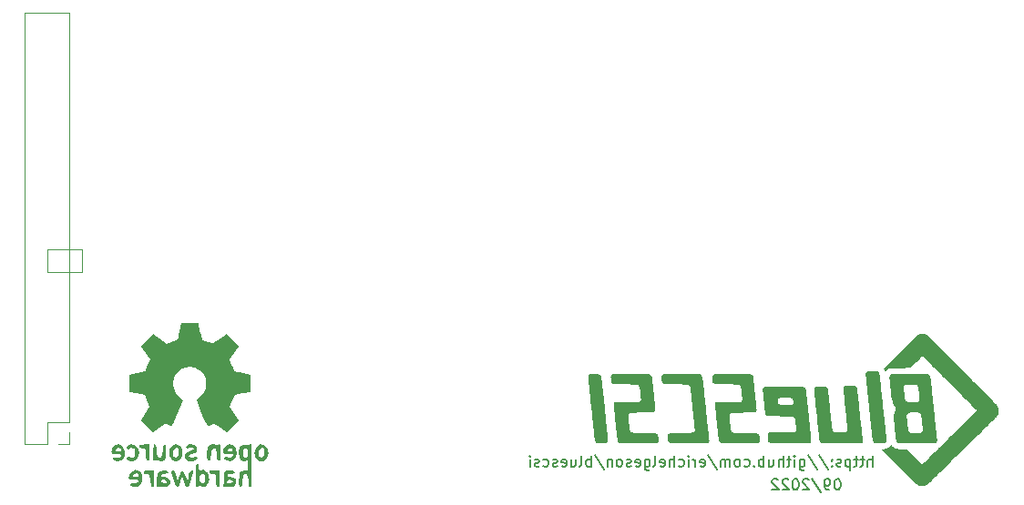
<source format=gbo>
G04 #@! TF.GenerationSoftware,KiCad,Pcbnew,(6.0.4)*
G04 #@! TF.CreationDate,2022-09-09T10:41:32-05:00*
G04 #@! TF.ProjectId,v2-PowerBook-BLUESCSI-dehij,76322d50-6f77-4657-9242-6f6f6b2d424c,rev?*
G04 #@! TF.SameCoordinates,Original*
G04 #@! TF.FileFunction,Legend,Bot*
G04 #@! TF.FilePolarity,Positive*
%FSLAX46Y46*%
G04 Gerber Fmt 4.6, Leading zero omitted, Abs format (unit mm)*
G04 Created by KiCad (PCBNEW (6.0.4)) date 2022-09-09 10:41:32*
%MOMM*%
%LPD*%
G01*
G04 APERTURE LIST*
%ADD10C,0.120000*%
%ADD11C,0.150000*%
%ADD12C,0.200000*%
%ADD13R,1.700000X1.700000*%
%ADD14O,1.700000X1.700000*%
%ADD15C,1.700000*%
%ADD16C,0.800000*%
%ADD17C,5.000000*%
%ADD18R,1.350000X1.350000*%
%ADD19O,1.350000X1.350000*%
G04 APERTURE END LIST*
D10*
X77760000Y-103620000D02*
X80980000Y-103620000D01*
X80980000Y-103620000D02*
X80980000Y-105690000D01*
X80980000Y-105690000D02*
X77760000Y-105690000D01*
X77760000Y-105690000D02*
X77760000Y-103620000D01*
D11*
X151231028Y-124952380D02*
X151135790Y-124952380D01*
X151040552Y-125000000D01*
X150992933Y-125047619D01*
X150945314Y-125142857D01*
X150897695Y-125333333D01*
X150897695Y-125571428D01*
X150945314Y-125761904D01*
X150992933Y-125857142D01*
X151040552Y-125904761D01*
X151135790Y-125952380D01*
X151231028Y-125952380D01*
X151326267Y-125904761D01*
X151373886Y-125857142D01*
X151421505Y-125761904D01*
X151469124Y-125571428D01*
X151469124Y-125333333D01*
X151421505Y-125142857D01*
X151373886Y-125047619D01*
X151326267Y-125000000D01*
X151231028Y-124952380D01*
X150421505Y-125952380D02*
X150231028Y-125952380D01*
X150135790Y-125904761D01*
X150088171Y-125857142D01*
X149992933Y-125714285D01*
X149945314Y-125523809D01*
X149945314Y-125142857D01*
X149992933Y-125047619D01*
X150040552Y-125000000D01*
X150135790Y-124952380D01*
X150326267Y-124952380D01*
X150421505Y-125000000D01*
X150469124Y-125047619D01*
X150516743Y-125142857D01*
X150516743Y-125380952D01*
X150469124Y-125476190D01*
X150421505Y-125523809D01*
X150326267Y-125571428D01*
X150135790Y-125571428D01*
X150040552Y-125523809D01*
X149992933Y-125476190D01*
X149945314Y-125380952D01*
X148802457Y-124904761D02*
X149659600Y-126190476D01*
X148516743Y-125047619D02*
X148469124Y-125000000D01*
X148373886Y-124952380D01*
X148135790Y-124952380D01*
X148040552Y-125000000D01*
X147992933Y-125047619D01*
X147945314Y-125142857D01*
X147945314Y-125238095D01*
X147992933Y-125380952D01*
X148564362Y-125952380D01*
X147945314Y-125952380D01*
X147326267Y-124952380D02*
X147231028Y-124952380D01*
X147135790Y-125000000D01*
X147088171Y-125047619D01*
X147040552Y-125142857D01*
X146992933Y-125333333D01*
X146992933Y-125571428D01*
X147040552Y-125761904D01*
X147088171Y-125857142D01*
X147135790Y-125904761D01*
X147231028Y-125952380D01*
X147326267Y-125952380D01*
X147421505Y-125904761D01*
X147469124Y-125857142D01*
X147516743Y-125761904D01*
X147564362Y-125571428D01*
X147564362Y-125333333D01*
X147516743Y-125142857D01*
X147469124Y-125047619D01*
X147421505Y-125000000D01*
X147326267Y-124952380D01*
X146611981Y-125047619D02*
X146564362Y-125000000D01*
X146469124Y-124952380D01*
X146231028Y-124952380D01*
X146135790Y-125000000D01*
X146088171Y-125047619D01*
X146040552Y-125142857D01*
X146040552Y-125238095D01*
X146088171Y-125380952D01*
X146659600Y-125952380D01*
X146040552Y-125952380D01*
X145659600Y-125047619D02*
X145611981Y-125000000D01*
X145516743Y-124952380D01*
X145278648Y-124952380D01*
X145183409Y-125000000D01*
X145135790Y-125047619D01*
X145088171Y-125142857D01*
X145088171Y-125238095D01*
X145135790Y-125380952D01*
X145707219Y-125952380D01*
X145088171Y-125952380D01*
D12*
X154423409Y-123802380D02*
X154423409Y-122802380D01*
X153994838Y-123802380D02*
X153994838Y-123278571D01*
X154042457Y-123183333D01*
X154137695Y-123135714D01*
X154280552Y-123135714D01*
X154375790Y-123183333D01*
X154423409Y-123230952D01*
X153661505Y-123135714D02*
X153280552Y-123135714D01*
X153518648Y-122802380D02*
X153518648Y-123659523D01*
X153471028Y-123754761D01*
X153375790Y-123802380D01*
X153280552Y-123802380D01*
X153090076Y-123135714D02*
X152709124Y-123135714D01*
X152947219Y-122802380D02*
X152947219Y-123659523D01*
X152899600Y-123754761D01*
X152804362Y-123802380D01*
X152709124Y-123802380D01*
X152375790Y-123135714D02*
X152375790Y-124135714D01*
X152375790Y-123183333D02*
X152280552Y-123135714D01*
X152090076Y-123135714D01*
X151994838Y-123183333D01*
X151947219Y-123230952D01*
X151899600Y-123326190D01*
X151899600Y-123611904D01*
X151947219Y-123707142D01*
X151994838Y-123754761D01*
X152090076Y-123802380D01*
X152280552Y-123802380D01*
X152375790Y-123754761D01*
X151518648Y-123754761D02*
X151423409Y-123802380D01*
X151232933Y-123802380D01*
X151137695Y-123754761D01*
X151090076Y-123659523D01*
X151090076Y-123611904D01*
X151137695Y-123516666D01*
X151232933Y-123469047D01*
X151375790Y-123469047D01*
X151471028Y-123421428D01*
X151518648Y-123326190D01*
X151518648Y-123278571D01*
X151471028Y-123183333D01*
X151375790Y-123135714D01*
X151232933Y-123135714D01*
X151137695Y-123183333D01*
X150661505Y-123707142D02*
X150613886Y-123754761D01*
X150661505Y-123802380D01*
X150709124Y-123754761D01*
X150661505Y-123707142D01*
X150661505Y-123802380D01*
X150661505Y-123183333D02*
X150613886Y-123230952D01*
X150661505Y-123278571D01*
X150709124Y-123230952D01*
X150661505Y-123183333D01*
X150661505Y-123278571D01*
X149471028Y-122754761D02*
X150328171Y-124040476D01*
X148423409Y-122754761D02*
X149280552Y-124040476D01*
X147661505Y-123135714D02*
X147661505Y-123945238D01*
X147709124Y-124040476D01*
X147756743Y-124088095D01*
X147851981Y-124135714D01*
X147994838Y-124135714D01*
X148090076Y-124088095D01*
X147661505Y-123754761D02*
X147756743Y-123802380D01*
X147947219Y-123802380D01*
X148042457Y-123754761D01*
X148090076Y-123707142D01*
X148137695Y-123611904D01*
X148137695Y-123326190D01*
X148090076Y-123230952D01*
X148042457Y-123183333D01*
X147947219Y-123135714D01*
X147756743Y-123135714D01*
X147661505Y-123183333D01*
X147185314Y-123802380D02*
X147185314Y-123135714D01*
X147185314Y-122802380D02*
X147232933Y-122850000D01*
X147185314Y-122897619D01*
X147137695Y-122850000D01*
X147185314Y-122802380D01*
X147185314Y-122897619D01*
X146851981Y-123135714D02*
X146471028Y-123135714D01*
X146709124Y-122802380D02*
X146709124Y-123659523D01*
X146661505Y-123754761D01*
X146566267Y-123802380D01*
X146471028Y-123802380D01*
X146137695Y-123802380D02*
X146137695Y-122802380D01*
X145709124Y-123802380D02*
X145709124Y-123278571D01*
X145756743Y-123183333D01*
X145851981Y-123135714D01*
X145994838Y-123135714D01*
X146090076Y-123183333D01*
X146137695Y-123230952D01*
X144804362Y-123135714D02*
X144804362Y-123802380D01*
X145232933Y-123135714D02*
X145232933Y-123659523D01*
X145185314Y-123754761D01*
X145090076Y-123802380D01*
X144947219Y-123802380D01*
X144851981Y-123754761D01*
X144804362Y-123707142D01*
X144328171Y-123802380D02*
X144328171Y-122802380D01*
X144328171Y-123183333D02*
X144232933Y-123135714D01*
X144042457Y-123135714D01*
X143947219Y-123183333D01*
X143899600Y-123230952D01*
X143851981Y-123326190D01*
X143851981Y-123611904D01*
X143899600Y-123707142D01*
X143947219Y-123754761D01*
X144042457Y-123802380D01*
X144232933Y-123802380D01*
X144328171Y-123754761D01*
X143423409Y-123707142D02*
X143375790Y-123754761D01*
X143423409Y-123802380D01*
X143471028Y-123754761D01*
X143423409Y-123707142D01*
X143423409Y-123802380D01*
X142518648Y-123754761D02*
X142613886Y-123802380D01*
X142804362Y-123802380D01*
X142899600Y-123754761D01*
X142947219Y-123707142D01*
X142994838Y-123611904D01*
X142994838Y-123326190D01*
X142947219Y-123230952D01*
X142899600Y-123183333D01*
X142804362Y-123135714D01*
X142613886Y-123135714D01*
X142518648Y-123183333D01*
X141947219Y-123802380D02*
X142042457Y-123754761D01*
X142090076Y-123707142D01*
X142137695Y-123611904D01*
X142137695Y-123326190D01*
X142090076Y-123230952D01*
X142042457Y-123183333D01*
X141947219Y-123135714D01*
X141804362Y-123135714D01*
X141709124Y-123183333D01*
X141661505Y-123230952D01*
X141613886Y-123326190D01*
X141613886Y-123611904D01*
X141661505Y-123707142D01*
X141709124Y-123754761D01*
X141804362Y-123802380D01*
X141947219Y-123802380D01*
X141185314Y-123802380D02*
X141185314Y-123135714D01*
X141185314Y-123230952D02*
X141137695Y-123183333D01*
X141042457Y-123135714D01*
X140899600Y-123135714D01*
X140804362Y-123183333D01*
X140756743Y-123278571D01*
X140756743Y-123802380D01*
X140756743Y-123278571D02*
X140709124Y-123183333D01*
X140613886Y-123135714D01*
X140471028Y-123135714D01*
X140375790Y-123183333D01*
X140328171Y-123278571D01*
X140328171Y-123802380D01*
X139137695Y-122754761D02*
X139994838Y-124040476D01*
X138423409Y-123754761D02*
X138518648Y-123802380D01*
X138709124Y-123802380D01*
X138804362Y-123754761D01*
X138851981Y-123659523D01*
X138851981Y-123278571D01*
X138804362Y-123183333D01*
X138709124Y-123135714D01*
X138518648Y-123135714D01*
X138423409Y-123183333D01*
X138375790Y-123278571D01*
X138375790Y-123373809D01*
X138851981Y-123469047D01*
X137947219Y-123802380D02*
X137947219Y-123135714D01*
X137947219Y-123326190D02*
X137899600Y-123230952D01*
X137851981Y-123183333D01*
X137756743Y-123135714D01*
X137661505Y-123135714D01*
X137328171Y-123802380D02*
X137328171Y-123135714D01*
X137328171Y-122802380D02*
X137375790Y-122850000D01*
X137328171Y-122897619D01*
X137280552Y-122850000D01*
X137328171Y-122802380D01*
X137328171Y-122897619D01*
X136423409Y-123754761D02*
X136518648Y-123802380D01*
X136709124Y-123802380D01*
X136804362Y-123754761D01*
X136851981Y-123707142D01*
X136899600Y-123611904D01*
X136899600Y-123326190D01*
X136851981Y-123230952D01*
X136804362Y-123183333D01*
X136709124Y-123135714D01*
X136518648Y-123135714D01*
X136423409Y-123183333D01*
X135994838Y-123802380D02*
X135994838Y-122802380D01*
X135566267Y-123802380D02*
X135566267Y-123278571D01*
X135613886Y-123183333D01*
X135709124Y-123135714D01*
X135851981Y-123135714D01*
X135947219Y-123183333D01*
X135994838Y-123230952D01*
X134709124Y-123754761D02*
X134804362Y-123802380D01*
X134994838Y-123802380D01*
X135090076Y-123754761D01*
X135137695Y-123659523D01*
X135137695Y-123278571D01*
X135090076Y-123183333D01*
X134994838Y-123135714D01*
X134804362Y-123135714D01*
X134709124Y-123183333D01*
X134661505Y-123278571D01*
X134661505Y-123373809D01*
X135137695Y-123469047D01*
X134090076Y-123802380D02*
X134185314Y-123754761D01*
X134232933Y-123659523D01*
X134232933Y-122802380D01*
X133280552Y-123135714D02*
X133280552Y-123945238D01*
X133328171Y-124040476D01*
X133375790Y-124088095D01*
X133471028Y-124135714D01*
X133613886Y-124135714D01*
X133709124Y-124088095D01*
X133280552Y-123754761D02*
X133375790Y-123802380D01*
X133566267Y-123802380D01*
X133661505Y-123754761D01*
X133709124Y-123707142D01*
X133756743Y-123611904D01*
X133756743Y-123326190D01*
X133709124Y-123230952D01*
X133661505Y-123183333D01*
X133566267Y-123135714D01*
X133375790Y-123135714D01*
X133280552Y-123183333D01*
X132423409Y-123754761D02*
X132518648Y-123802380D01*
X132709124Y-123802380D01*
X132804362Y-123754761D01*
X132851981Y-123659523D01*
X132851981Y-123278571D01*
X132804362Y-123183333D01*
X132709124Y-123135714D01*
X132518648Y-123135714D01*
X132423409Y-123183333D01*
X132375790Y-123278571D01*
X132375790Y-123373809D01*
X132851981Y-123469047D01*
X131994838Y-123754761D02*
X131899600Y-123802380D01*
X131709124Y-123802380D01*
X131613886Y-123754761D01*
X131566267Y-123659523D01*
X131566267Y-123611904D01*
X131613886Y-123516666D01*
X131709124Y-123469047D01*
X131851981Y-123469047D01*
X131947219Y-123421428D01*
X131994838Y-123326190D01*
X131994838Y-123278571D01*
X131947219Y-123183333D01*
X131851981Y-123135714D01*
X131709124Y-123135714D01*
X131613886Y-123183333D01*
X130994838Y-123802380D02*
X131090076Y-123754761D01*
X131137695Y-123707142D01*
X131185314Y-123611904D01*
X131185314Y-123326190D01*
X131137695Y-123230952D01*
X131090076Y-123183333D01*
X130994838Y-123135714D01*
X130851981Y-123135714D01*
X130756743Y-123183333D01*
X130709124Y-123230952D01*
X130661505Y-123326190D01*
X130661505Y-123611904D01*
X130709124Y-123707142D01*
X130756743Y-123754761D01*
X130851981Y-123802380D01*
X130994838Y-123802380D01*
X130232933Y-123135714D02*
X130232933Y-123802380D01*
X130232933Y-123230952D02*
X130185314Y-123183333D01*
X130090076Y-123135714D01*
X129947219Y-123135714D01*
X129851981Y-123183333D01*
X129804362Y-123278571D01*
X129804362Y-123802380D01*
X128613886Y-122754761D02*
X129471028Y-124040476D01*
X128280552Y-123802380D02*
X128280552Y-122802380D01*
X128280552Y-123183333D02*
X128185314Y-123135714D01*
X127994838Y-123135714D01*
X127899600Y-123183333D01*
X127851981Y-123230952D01*
X127804362Y-123326190D01*
X127804362Y-123611904D01*
X127851981Y-123707142D01*
X127899600Y-123754761D01*
X127994838Y-123802380D01*
X128185314Y-123802380D01*
X128280552Y-123754761D01*
X127232933Y-123802380D02*
X127328171Y-123754761D01*
X127375790Y-123659523D01*
X127375790Y-122802380D01*
X126423409Y-123135714D02*
X126423409Y-123802380D01*
X126851981Y-123135714D02*
X126851981Y-123659523D01*
X126804362Y-123754761D01*
X126709124Y-123802380D01*
X126566267Y-123802380D01*
X126471028Y-123754761D01*
X126423409Y-123707142D01*
X125566267Y-123754761D02*
X125661505Y-123802380D01*
X125851981Y-123802380D01*
X125947219Y-123754761D01*
X125994838Y-123659523D01*
X125994838Y-123278571D01*
X125947219Y-123183333D01*
X125851981Y-123135714D01*
X125661505Y-123135714D01*
X125566267Y-123183333D01*
X125518648Y-123278571D01*
X125518648Y-123373809D01*
X125994838Y-123469047D01*
X125137695Y-123754761D02*
X125042457Y-123802380D01*
X124851981Y-123802380D01*
X124756743Y-123754761D01*
X124709124Y-123659523D01*
X124709124Y-123611904D01*
X124756743Y-123516666D01*
X124851981Y-123469047D01*
X124994838Y-123469047D01*
X125090076Y-123421428D01*
X125137695Y-123326190D01*
X125137695Y-123278571D01*
X125090076Y-123183333D01*
X124994838Y-123135714D01*
X124851981Y-123135714D01*
X124756743Y-123183333D01*
X123851981Y-123754761D02*
X123947219Y-123802380D01*
X124137695Y-123802380D01*
X124232933Y-123754761D01*
X124280552Y-123707142D01*
X124328171Y-123611904D01*
X124328171Y-123326190D01*
X124280552Y-123230952D01*
X124232933Y-123183333D01*
X124137695Y-123135714D01*
X123947219Y-123135714D01*
X123851981Y-123183333D01*
X123471028Y-123754761D02*
X123375790Y-123802380D01*
X123185314Y-123802380D01*
X123090076Y-123754761D01*
X123042457Y-123659523D01*
X123042457Y-123611904D01*
X123090076Y-123516666D01*
X123185314Y-123469047D01*
X123328171Y-123469047D01*
X123423409Y-123421428D01*
X123471028Y-123326190D01*
X123471028Y-123278571D01*
X123423409Y-123183333D01*
X123328171Y-123135714D01*
X123185314Y-123135714D01*
X123090076Y-123183333D01*
X122613886Y-123802380D02*
X122613886Y-123135714D01*
X122613886Y-122802380D02*
X122661505Y-122850000D01*
X122613886Y-122897619D01*
X122566267Y-122850000D01*
X122613886Y-122802380D01*
X122613886Y-122897619D01*
D10*
X77740000Y-119650000D02*
X79800000Y-119650000D01*
X75680000Y-121710000D02*
X77740000Y-121710000D01*
X75680000Y-81590000D02*
X79800000Y-81590000D01*
X75680000Y-121710000D02*
X75680000Y-81590000D01*
X79800000Y-119650000D02*
X79800000Y-81590000D01*
X77740000Y-121710000D02*
X77740000Y-119650000D01*
X78740000Y-121710000D02*
X79800000Y-121710000D01*
X79800000Y-121710000D02*
X79800000Y-120650000D01*
G36*
X154898639Y-114940273D02*
G01*
X154953278Y-114974258D01*
X155020033Y-115033648D01*
X155067632Y-115101885D01*
X155094808Y-115177440D01*
X155094963Y-115178215D01*
X155098040Y-115199360D01*
X155103251Y-115241430D01*
X155110482Y-115303316D01*
X155119617Y-115383910D01*
X155130540Y-115482103D01*
X155143135Y-115596785D01*
X155157288Y-115726848D01*
X155172883Y-115871183D01*
X155189804Y-116028681D01*
X155207936Y-116198232D01*
X155227163Y-116378729D01*
X155247369Y-116569062D01*
X155268440Y-116768123D01*
X155290260Y-116974801D01*
X155312712Y-117187989D01*
X155335683Y-117406578D01*
X155359055Y-117629458D01*
X155382714Y-117855521D01*
X155406544Y-118083657D01*
X155430430Y-118312758D01*
X155454255Y-118541716D01*
X155477906Y-118769420D01*
X155501265Y-118994762D01*
X155524218Y-119216633D01*
X155546649Y-119433924D01*
X155568442Y-119645526D01*
X155589482Y-119850331D01*
X155609654Y-120047230D01*
X155628842Y-120235112D01*
X155646930Y-120412871D01*
X155663803Y-120579395D01*
X155679345Y-120733578D01*
X155693442Y-120874309D01*
X155705977Y-121000481D01*
X155716834Y-121110983D01*
X155725899Y-121204707D01*
X155733056Y-121280545D01*
X155738189Y-121337386D01*
X155741183Y-121374123D01*
X155741922Y-121389646D01*
X155741208Y-121396350D01*
X155721750Y-121469258D01*
X155683308Y-121533230D01*
X155628475Y-121584974D01*
X155559839Y-121621193D01*
X155550967Y-121623921D01*
X155529723Y-121627983D01*
X155499290Y-121631218D01*
X155457459Y-121633716D01*
X155402020Y-121635561D01*
X155330763Y-121636843D01*
X155241479Y-121637647D01*
X155131959Y-121638061D01*
X155064581Y-121638180D01*
X154973805Y-121638191D01*
X154901227Y-121637865D01*
X154844233Y-121637063D01*
X154800213Y-121635650D01*
X154766554Y-121633491D01*
X154740643Y-121630447D01*
X154719869Y-121626384D01*
X154701619Y-121621165D01*
X154683281Y-121614653D01*
X154625564Y-121585515D01*
X154564782Y-121538953D01*
X154513500Y-121483126D01*
X154478113Y-121423980D01*
X154475849Y-121417630D01*
X154472897Y-121406359D01*
X154469563Y-121390283D01*
X154465763Y-121368640D01*
X154461412Y-121340667D01*
X154456426Y-121305605D01*
X154450718Y-121262689D01*
X154444206Y-121211160D01*
X154436803Y-121150254D01*
X154428426Y-121079210D01*
X154418989Y-120997267D01*
X154408407Y-120903662D01*
X154396597Y-120797634D01*
X154383472Y-120678421D01*
X154368949Y-120545261D01*
X154352942Y-120397392D01*
X154335367Y-120234053D01*
X154316139Y-120054481D01*
X154295173Y-119857915D01*
X154272385Y-119643594D01*
X154247689Y-119410754D01*
X154221001Y-119158636D01*
X154192236Y-118886475D01*
X154161310Y-118593512D01*
X154128137Y-118278984D01*
X154105957Y-118068553D01*
X154074296Y-117767962D01*
X154044886Y-117488433D01*
X154017652Y-117229205D01*
X153992517Y-116989521D01*
X153969407Y-116768621D01*
X153948245Y-116565745D01*
X153928957Y-116380136D01*
X153911465Y-116211032D01*
X153895694Y-116057677D01*
X153881570Y-115919309D01*
X153869015Y-115795171D01*
X153857955Y-115684502D01*
X153848313Y-115586545D01*
X153840014Y-115500539D01*
X153832982Y-115425726D01*
X153827142Y-115361346D01*
X153822418Y-115306640D01*
X153818734Y-115260850D01*
X153816014Y-115223216D01*
X153814184Y-115192978D01*
X153813166Y-115169379D01*
X153812885Y-115151657D01*
X153813267Y-115139056D01*
X153814234Y-115130814D01*
X153819042Y-115110613D01*
X153849023Y-115041765D01*
X153895902Y-114982974D01*
X153955820Y-114939453D01*
X154011940Y-114910040D01*
X154842519Y-114910040D01*
X154898639Y-114940273D01*
G37*
G36*
X156013372Y-118415405D02*
G01*
X156020844Y-118435509D01*
X156020277Y-118477137D01*
X156019370Y-118481253D01*
X156013992Y-118502212D01*
X156009433Y-118503027D01*
X156002162Y-118485289D01*
X155996231Y-118458441D01*
X155995258Y-118423557D01*
X155998595Y-118389492D01*
X156013372Y-118415405D01*
G37*
G36*
X148422896Y-118192362D02*
G01*
X148450731Y-118456836D01*
X148458050Y-118526539D01*
X148480119Y-118736686D01*
X148502142Y-118946364D01*
X148523942Y-119153890D01*
X148545343Y-119357585D01*
X148566168Y-119555765D01*
X148586240Y-119746751D01*
X148605382Y-119928861D01*
X148623418Y-120100414D01*
X148640171Y-120259728D01*
X148655464Y-120405123D01*
X148669121Y-120534918D01*
X148680964Y-120647430D01*
X148690818Y-120740979D01*
X148698505Y-120813885D01*
X148706411Y-120889743D01*
X148717925Y-121004029D01*
X148727901Y-121107936D01*
X148736168Y-121199477D01*
X148742557Y-121276665D01*
X148746898Y-121337512D01*
X148749022Y-121380032D01*
X148748758Y-121402238D01*
X148748674Y-121402863D01*
X148728362Y-121472557D01*
X148689171Y-121534825D01*
X148634379Y-121585713D01*
X148567263Y-121621265D01*
X148565204Y-121621944D01*
X148555472Y-121624043D01*
X148540436Y-121625941D01*
X148519087Y-121627646D01*
X148490418Y-121629165D01*
X148453419Y-121630506D01*
X148407082Y-121631677D01*
X148350398Y-121632686D01*
X148282360Y-121633541D01*
X148201959Y-121634250D01*
X148108185Y-121634820D01*
X148000032Y-121635259D01*
X147876490Y-121635575D01*
X147736550Y-121635775D01*
X147579205Y-121635869D01*
X147403446Y-121635863D01*
X147208264Y-121635765D01*
X146992651Y-121635584D01*
X146755599Y-121635326D01*
X144987813Y-121633239D01*
X144931693Y-121603491D01*
X144872827Y-121565194D01*
X144809235Y-121504209D01*
X144762015Y-121433993D01*
X144757511Y-121424633D01*
X144747270Y-121397731D01*
X144738421Y-121363803D01*
X144730213Y-121319008D01*
X144721897Y-121259505D01*
X144712723Y-121181452D01*
X144709607Y-121153068D01*
X144700109Y-121059213D01*
X144694095Y-120983764D01*
X144691491Y-120923753D01*
X144692223Y-120876215D01*
X144696218Y-120838181D01*
X144703402Y-120806684D01*
X144713925Y-120780345D01*
X144746613Y-120729503D01*
X144790858Y-120682911D01*
X144840300Y-120647943D01*
X144886797Y-120623076D01*
X147143449Y-120611852D01*
X147199155Y-120583179D01*
X147208872Y-120577909D01*
X147268193Y-120531870D01*
X147312889Y-120471546D01*
X147339312Y-120401660D01*
X147341346Y-120391017D01*
X147343544Y-120372030D01*
X147344436Y-120348150D01*
X147343866Y-120317202D01*
X147341683Y-120277007D01*
X147337732Y-120225391D01*
X147331859Y-120160175D01*
X147323912Y-120079185D01*
X147313736Y-119980243D01*
X147301179Y-119861173D01*
X147288887Y-119745997D01*
X147277357Y-119640784D01*
X147267175Y-119553715D01*
X147257825Y-119482616D01*
X147248793Y-119425314D01*
X147239564Y-119379634D01*
X147229624Y-119343402D01*
X147218457Y-119314445D01*
X147205549Y-119290589D01*
X147190386Y-119269659D01*
X147172452Y-119249483D01*
X147151233Y-119227884D01*
X147129357Y-119208036D01*
X147088109Y-119177066D01*
X147049628Y-119154635D01*
X146996916Y-119130279D01*
X144740884Y-119119055D01*
X144678640Y-119089860D01*
X144667251Y-119084369D01*
X144596212Y-119040637D01*
X144542010Y-118986870D01*
X144500263Y-118918868D01*
X144495631Y-118909129D01*
X144490449Y-118897237D01*
X144485613Y-118884013D01*
X144480945Y-118868058D01*
X144476265Y-118847973D01*
X144471396Y-118822358D01*
X144466157Y-118789813D01*
X144460370Y-118748938D01*
X144453857Y-118698335D01*
X144446438Y-118636602D01*
X144437934Y-118562341D01*
X144428167Y-118474152D01*
X144416958Y-118370635D01*
X144404127Y-118250391D01*
X144389496Y-118112019D01*
X144372887Y-117954121D01*
X144354120Y-117775296D01*
X144348613Y-117722737D01*
X144342911Y-117668063D01*
X145645294Y-117668063D01*
X145647784Y-117723867D01*
X145658648Y-117806981D01*
X145685797Y-117892591D01*
X145729188Y-117963749D01*
X145789744Y-118021895D01*
X145868388Y-118068472D01*
X145930632Y-118097667D01*
X146379594Y-118099640D01*
X146407168Y-118099742D01*
X146505852Y-118099785D01*
X146598177Y-118099343D01*
X146681461Y-118098460D01*
X146753022Y-118097180D01*
X146810181Y-118095549D01*
X146850255Y-118093612D01*
X146870564Y-118091414D01*
X146882941Y-118087898D01*
X146931663Y-118066965D01*
X146979609Y-118037624D01*
X147016129Y-118006115D01*
X147024124Y-117995498D01*
X147042033Y-117965403D01*
X147059729Y-117929477D01*
X147066290Y-117913947D01*
X147075225Y-117886432D01*
X147079664Y-117856949D01*
X147080365Y-117818708D01*
X147078085Y-117764920D01*
X147066161Y-117670026D01*
X147039713Y-117587304D01*
X146997728Y-117518906D01*
X146938977Y-117462848D01*
X146862228Y-117417148D01*
X146794883Y-117384958D01*
X146329086Y-117385059D01*
X146314431Y-117385062D01*
X146202521Y-117385116D01*
X146110536Y-117385295D01*
X146036220Y-117385715D01*
X145977318Y-117386487D01*
X145931574Y-117387727D01*
X145896731Y-117389548D01*
X145870534Y-117392062D01*
X145850727Y-117395384D01*
X145835054Y-117399628D01*
X145821259Y-117404906D01*
X145807086Y-117411332D01*
X145753840Y-117443649D01*
X145699128Y-117499426D01*
X145660993Y-117569263D01*
X145652762Y-117594213D01*
X145646748Y-117627249D01*
X145645294Y-117668063D01*
X144342911Y-117668063D01*
X144332715Y-117570296D01*
X144317560Y-117423943D01*
X144303311Y-117285300D01*
X144290131Y-117155992D01*
X144278180Y-117037643D01*
X144267623Y-116931874D01*
X144258621Y-116840311D01*
X144251337Y-116764577D01*
X144245933Y-116706295D01*
X144242571Y-116667089D01*
X144241414Y-116648582D01*
X144241596Y-116637609D01*
X144254512Y-116558816D01*
X144286782Y-116489763D01*
X144336945Y-116432780D01*
X144403539Y-116390196D01*
X144460283Y-116363772D01*
X146222457Y-116363672D01*
X147984631Y-116363571D01*
X148051976Y-116395593D01*
X148107246Y-116428630D01*
X148164092Y-116477108D01*
X148210599Y-116532308D01*
X148240997Y-116588350D01*
X148244136Y-116601547D01*
X148249168Y-116632140D01*
X148255830Y-116679814D01*
X148264170Y-116745006D01*
X148274238Y-116828155D01*
X148286084Y-116929698D01*
X148299756Y-117050075D01*
X148315303Y-117189723D01*
X148332776Y-117349079D01*
X148352222Y-117528584D01*
X148373691Y-117728673D01*
X148383277Y-117818708D01*
X148397233Y-117949786D01*
X148422896Y-118192362D01*
G37*
G36*
X160381258Y-120670321D02*
G01*
X160396215Y-120816399D01*
X160409499Y-120946811D01*
X160421011Y-121060605D01*
X160430654Y-121156830D01*
X160438329Y-121234536D01*
X160443939Y-121292772D01*
X160447385Y-121330585D01*
X160448569Y-121347026D01*
X160448174Y-121371568D01*
X160440265Y-121434903D01*
X160420383Y-121487296D01*
X160386113Y-121536057D01*
X160375822Y-121547592D01*
X160316669Y-121597054D01*
X160246967Y-121628364D01*
X160246775Y-121628414D01*
X160231375Y-121629411D01*
X160194860Y-121630387D01*
X160138497Y-121631336D01*
X160063555Y-121632249D01*
X159971303Y-121633121D01*
X159863010Y-121633944D01*
X159739944Y-121634710D01*
X159603374Y-121635412D01*
X159454570Y-121636044D01*
X159294799Y-121636597D01*
X159125330Y-121637066D01*
X158947432Y-121637442D01*
X158762375Y-121637718D01*
X158571426Y-121637887D01*
X158487110Y-121637935D01*
X158270282Y-121638049D01*
X158074389Y-121638122D01*
X157898318Y-121638141D01*
X157740962Y-121638092D01*
X157601208Y-121637963D01*
X157477948Y-121637740D01*
X157370070Y-121637408D01*
X157276465Y-121636956D01*
X157196022Y-121636369D01*
X157127632Y-121635634D01*
X157070183Y-121634737D01*
X157022567Y-121633665D01*
X156983672Y-121632405D01*
X156952388Y-121630943D01*
X156927605Y-121629266D01*
X156908214Y-121627360D01*
X156893103Y-121625211D01*
X156881163Y-121622807D01*
X156871283Y-121620134D01*
X156862353Y-121617178D01*
X156845736Y-121610839D01*
X156773327Y-121570868D01*
X156710968Y-121516396D01*
X156662768Y-121451654D01*
X156632834Y-121380871D01*
X156630194Y-121366442D01*
X156625134Y-121329964D01*
X156618266Y-121274655D01*
X156609790Y-121202453D01*
X156599904Y-121115298D01*
X156588809Y-121015128D01*
X156576703Y-120903881D01*
X156563786Y-120783495D01*
X156550258Y-120655910D01*
X156536317Y-120523063D01*
X156522165Y-120386893D01*
X156507999Y-120249339D01*
X156494019Y-120112338D01*
X156480426Y-119977830D01*
X156467417Y-119847754D01*
X156455194Y-119724046D01*
X156443954Y-119608647D01*
X156433899Y-119503494D01*
X156425226Y-119410525D01*
X156418137Y-119331681D01*
X156412829Y-119268897D01*
X156409503Y-119224115D01*
X156408357Y-119199271D01*
X156409215Y-119145649D01*
X156412915Y-119087943D01*
X156417970Y-119050919D01*
X157624337Y-119050919D01*
X157626235Y-119091048D01*
X157630346Y-119148805D01*
X157636402Y-119221689D01*
X157644135Y-119307203D01*
X157653275Y-119402849D01*
X157663554Y-119506126D01*
X157674703Y-119614538D01*
X157686455Y-119725585D01*
X157698539Y-119836768D01*
X157710688Y-119945589D01*
X157722632Y-120049549D01*
X157734104Y-120146150D01*
X157744835Y-120232893D01*
X157754556Y-120307280D01*
X157762998Y-120366811D01*
X157769893Y-120408988D01*
X157774972Y-120431313D01*
X157797574Y-120478089D01*
X157840008Y-120535775D01*
X157892964Y-120587498D01*
X157950370Y-120626503D01*
X158007698Y-120656748D01*
X158451048Y-120658655D01*
X158496306Y-120658817D01*
X158621639Y-120658849D01*
X158725263Y-120658159D01*
X158807729Y-120656734D01*
X158869587Y-120654563D01*
X158911388Y-120651633D01*
X158933681Y-120647933D01*
X158933766Y-120647905D01*
X158970877Y-120628426D01*
X159012091Y-120595406D01*
X159051470Y-120554945D01*
X159083076Y-120513143D01*
X159100971Y-120476097D01*
X159101845Y-120472918D01*
X159105591Y-120457767D01*
X159108453Y-120441676D01*
X159110304Y-120422863D01*
X159111020Y-120399547D01*
X159110473Y-120369945D01*
X159108537Y-120332276D01*
X159105086Y-120284759D01*
X159099994Y-120225612D01*
X159093134Y-120153054D01*
X159084381Y-120065302D01*
X159073608Y-119960576D01*
X159060688Y-119837093D01*
X159045497Y-119693072D01*
X159041383Y-119654191D01*
X159027243Y-119521444D01*
X159015034Y-119408726D01*
X159004510Y-119314212D01*
X158995426Y-119236080D01*
X158987537Y-119172507D01*
X158980597Y-119121670D01*
X158974361Y-119081744D01*
X158968584Y-119050908D01*
X158963020Y-119027337D01*
X158957425Y-119009209D01*
X158951554Y-118994700D01*
X158912742Y-118930365D01*
X158851245Y-118868744D01*
X158772125Y-118820387D01*
X158703589Y-118787963D01*
X158271463Y-118788201D01*
X158252301Y-118788212D01*
X158145329Y-118788344D01*
X158058083Y-118788660D01*
X157988218Y-118789273D01*
X157933388Y-118790295D01*
X157891250Y-118791838D01*
X157859456Y-118794015D01*
X157835663Y-118796937D01*
X157817524Y-118800718D01*
X157802695Y-118805469D01*
X157788829Y-118811302D01*
X157737949Y-118840183D01*
X157681824Y-118892431D01*
X157643605Y-118957250D01*
X157624629Y-119032836D01*
X157624337Y-119050919D01*
X156417970Y-119050919D01*
X156420487Y-119032489D01*
X156432944Y-118974718D01*
X156451297Y-118910060D01*
X156476560Y-118833948D01*
X156509745Y-118741812D01*
X156531317Y-118682687D01*
X156555769Y-118612107D01*
X156572785Y-118555440D01*
X156582939Y-118508604D01*
X156586802Y-118467520D01*
X156584946Y-118428107D01*
X156577943Y-118386285D01*
X156566365Y-118337973D01*
X156560019Y-118314105D01*
X156545261Y-118265435D01*
X156528250Y-118221255D01*
X156506342Y-118175838D01*
X156476892Y-118123456D01*
X156437254Y-118058383D01*
X156357082Y-117913869D01*
X156285314Y-117744618D01*
X156234305Y-117571597D01*
X156231159Y-117554807D01*
X156225143Y-117514106D01*
X156217448Y-117455187D01*
X156208270Y-117379980D01*
X156197807Y-117290416D01*
X156186257Y-117188424D01*
X156173817Y-117075934D01*
X156160683Y-116954876D01*
X156147054Y-116827181D01*
X156133126Y-116694778D01*
X156119097Y-116559597D01*
X156108690Y-116457990D01*
X157351202Y-116457990D01*
X157351218Y-116461054D01*
X157352732Y-116496618D01*
X157356488Y-116550020D01*
X157362179Y-116618388D01*
X157369496Y-116698852D01*
X157378133Y-116788541D01*
X157387782Y-116884584D01*
X157398136Y-116984111D01*
X157408886Y-117084251D01*
X157419725Y-117182133D01*
X157430345Y-117274887D01*
X157440440Y-117359641D01*
X157449701Y-117433525D01*
X157457821Y-117493668D01*
X157464492Y-117537200D01*
X157469407Y-117561250D01*
X157476551Y-117582433D01*
X157515198Y-117654168D01*
X157572017Y-117716824D01*
X157644038Y-117766902D01*
X157715873Y-117805842D01*
X158153611Y-117808801D01*
X158591348Y-117811760D01*
X158647468Y-117784922D01*
X158672038Y-117772146D01*
X158734651Y-117725944D01*
X158778210Y-117668465D01*
X158803393Y-117598588D01*
X158810877Y-117515194D01*
X158810174Y-117498539D01*
X158807236Y-117457086D01*
X158802258Y-117397875D01*
X158795498Y-117323619D01*
X158787210Y-117237028D01*
X158777650Y-117140815D01*
X158767073Y-117037691D01*
X158755736Y-116930367D01*
X158748073Y-116859049D01*
X158736250Y-116750281D01*
X158726223Y-116660491D01*
X158717674Y-116587544D01*
X158710288Y-116529305D01*
X158703749Y-116483639D01*
X158697741Y-116448410D01*
X158691947Y-116421484D01*
X158686053Y-116400724D01*
X158679741Y-116383996D01*
X158672697Y-116369165D01*
X158635319Y-116310972D01*
X158571261Y-116247614D01*
X158490332Y-116198585D01*
X158422988Y-116167133D01*
X157996474Y-116167133D01*
X157935291Y-116167138D01*
X157837230Y-116167230D01*
X157757955Y-116167534D01*
X157695082Y-116168179D01*
X157646226Y-116169292D01*
X157609005Y-116171000D01*
X157581034Y-116173432D01*
X157559930Y-116176713D01*
X157543309Y-116180973D01*
X157528787Y-116186337D01*
X157513980Y-116192935D01*
X157489577Y-116204866D01*
X157441774Y-116235624D01*
X157406771Y-116273242D01*
X157377776Y-116324269D01*
X157366188Y-116352124D01*
X157354625Y-116399818D01*
X157351202Y-116457990D01*
X156108690Y-116457990D01*
X156105165Y-116423569D01*
X156091526Y-116288623D01*
X156078377Y-116156689D01*
X156065917Y-116029697D01*
X156054342Y-115909578D01*
X156043850Y-115798261D01*
X156034638Y-115697677D01*
X156026904Y-115609755D01*
X156020844Y-115536425D01*
X156016656Y-115479618D01*
X156014537Y-115441264D01*
X156014685Y-115423291D01*
X156018280Y-115407428D01*
X156045767Y-115341064D01*
X156089332Y-115281422D01*
X156143922Y-115235834D01*
X156198864Y-115201865D01*
X157874223Y-115198951D01*
X157875344Y-115198949D01*
X158101752Y-115198558D01*
X158306817Y-115198222D01*
X158491639Y-115197953D01*
X158657318Y-115197763D01*
X158804954Y-115197665D01*
X158935648Y-115197672D01*
X159050498Y-115197796D01*
X159150605Y-115198050D01*
X159237069Y-115198447D01*
X159310990Y-115199000D01*
X159373468Y-115199721D01*
X159425603Y-115200623D01*
X159468495Y-115201718D01*
X159503243Y-115203019D01*
X159530948Y-115204539D01*
X159552710Y-115206291D01*
X159569629Y-115208287D01*
X159582804Y-115210540D01*
X159593336Y-115213063D01*
X159602325Y-115215867D01*
X159610870Y-115218967D01*
X159627509Y-115225754D01*
X159698766Y-115268091D01*
X159759711Y-115325825D01*
X159804551Y-115393727D01*
X159805520Y-115395730D01*
X159808667Y-115402744D01*
X159811762Y-115410905D01*
X159814895Y-115421030D01*
X159818160Y-115433931D01*
X159821648Y-115450425D01*
X159825452Y-115471324D01*
X159829664Y-115497443D01*
X159834376Y-115529598D01*
X159839681Y-115568603D01*
X159845670Y-115615271D01*
X159852436Y-115670418D01*
X159860071Y-115734858D01*
X159868668Y-115809406D01*
X159878318Y-115894876D01*
X159889114Y-115992083D01*
X159901148Y-116101841D01*
X159914512Y-116224964D01*
X159929299Y-116362268D01*
X159945600Y-116514567D01*
X159963509Y-116682674D01*
X159983116Y-116867406D01*
X160004515Y-117069575D01*
X160027797Y-117289997D01*
X160051549Y-117515194D01*
X160053056Y-117529487D01*
X160080382Y-117788858D01*
X160109868Y-118068926D01*
X160141607Y-118370504D01*
X160161231Y-118557110D01*
X160187528Y-118807546D01*
X160213131Y-119051827D01*
X160237944Y-119288999D01*
X160261868Y-119518114D01*
X160284806Y-119738219D01*
X160306658Y-119948364D01*
X160327328Y-120147598D01*
X160346716Y-120334970D01*
X160353379Y-120399547D01*
X160364726Y-120509527D01*
X160381258Y-120670321D01*
G37*
G36*
X152403679Y-116251327D02*
G01*
X152495751Y-116251489D01*
X152569410Y-116251948D01*
X152627290Y-116252847D01*
X152672023Y-116254330D01*
X152706242Y-116256539D01*
X152732579Y-116259619D01*
X152753666Y-116263712D01*
X152772136Y-116268961D01*
X152790621Y-116275511D01*
X152848666Y-116304865D01*
X152909295Y-116351379D01*
X152960441Y-116407068D01*
X152995704Y-116465987D01*
X152996361Y-116467593D01*
X152999385Y-116476998D01*
X153002726Y-116490906D01*
X153006479Y-116510164D01*
X153010740Y-116535622D01*
X153015604Y-116568129D01*
X153021167Y-116608533D01*
X153027523Y-116657684D01*
X153034769Y-116716430D01*
X153042999Y-116785620D01*
X153052310Y-116866103D01*
X153062796Y-116958727D01*
X153074554Y-117064343D01*
X153087678Y-117183797D01*
X153102264Y-117317940D01*
X153118408Y-117467620D01*
X153136204Y-117633686D01*
X153155749Y-117816987D01*
X153177137Y-118018371D01*
X153200464Y-118238688D01*
X153225826Y-118478786D01*
X153253318Y-118739514D01*
X153283036Y-119021721D01*
X153292106Y-119107915D01*
X153316605Y-119340901D01*
X153340437Y-119567783D01*
X153363497Y-119787548D01*
X153385678Y-119999180D01*
X153406875Y-120201668D01*
X153426984Y-120393996D01*
X153445898Y-120575151D01*
X153463511Y-120744119D01*
X153479719Y-120899887D01*
X153494415Y-121041441D01*
X153507495Y-121167767D01*
X153518852Y-121277851D01*
X153528382Y-121370680D01*
X153535978Y-121445239D01*
X153541536Y-121500516D01*
X153544949Y-121535496D01*
X153546112Y-121549165D01*
X153540624Y-121572311D01*
X153521300Y-121591559D01*
X153485263Y-121607565D01*
X153429646Y-121622124D01*
X153429531Y-121622149D01*
X153416394Y-121624183D01*
X153396064Y-121626038D01*
X153367587Y-121627722D01*
X153330009Y-121629244D01*
X153282377Y-121630612D01*
X153223737Y-121631834D01*
X153153137Y-121632917D01*
X153069623Y-121633871D01*
X152972241Y-121634703D01*
X152860039Y-121635422D01*
X152732062Y-121636035D01*
X152587358Y-121636551D01*
X152424972Y-121636978D01*
X152243952Y-121637324D01*
X152043344Y-121637598D01*
X151822195Y-121637807D01*
X151579551Y-121637959D01*
X151416959Y-121638039D01*
X151197824Y-121638137D01*
X150999343Y-121638200D01*
X150820451Y-121638216D01*
X150660084Y-121638172D01*
X150517178Y-121638054D01*
X150390667Y-121637851D01*
X150279487Y-121637549D01*
X150182574Y-121637135D01*
X150098863Y-121636598D01*
X150027288Y-121635923D01*
X149966787Y-121635099D01*
X149916293Y-121634112D01*
X149874742Y-121632950D01*
X149841071Y-121631599D01*
X149814213Y-121630048D01*
X149793105Y-121628282D01*
X149776682Y-121626290D01*
X149763879Y-121624059D01*
X149753632Y-121621575D01*
X149744875Y-121618827D01*
X149736545Y-121615800D01*
X149694076Y-121595876D01*
X149629588Y-121550608D01*
X149574043Y-121493779D01*
X149534189Y-121431532D01*
X149531590Y-121425686D01*
X149528258Y-121416779D01*
X149524878Y-121405543D01*
X149521346Y-121391068D01*
X149517557Y-121372446D01*
X149513408Y-121348767D01*
X149508795Y-121319123D01*
X149503613Y-121282605D01*
X149497760Y-121238303D01*
X149491131Y-121185309D01*
X149483622Y-121122714D01*
X149475129Y-121049608D01*
X149465548Y-120965084D01*
X149454776Y-120868232D01*
X149442707Y-120758143D01*
X149429240Y-120633908D01*
X149414269Y-120494618D01*
X149397690Y-120339364D01*
X149379401Y-120167238D01*
X149359295Y-119977330D01*
X149337271Y-119768732D01*
X149313224Y-119540534D01*
X149287049Y-119291828D01*
X149258644Y-119021704D01*
X149239010Y-118834788D01*
X149215566Y-118611192D01*
X149192845Y-118394036D01*
X149170954Y-118184378D01*
X149150004Y-117983278D01*
X149130104Y-117791794D01*
X149111361Y-117610985D01*
X149093887Y-117441910D01*
X149077788Y-117285629D01*
X149063175Y-117143199D01*
X149050156Y-117015681D01*
X149038841Y-116904133D01*
X149029339Y-116809614D01*
X149021759Y-116733183D01*
X149016209Y-116675899D01*
X149012798Y-116638821D01*
X149011637Y-116623008D01*
X149011772Y-116613853D01*
X149024586Y-116536165D01*
X149057038Y-116467390D01*
X149107352Y-116410319D01*
X149173755Y-116367748D01*
X149177279Y-116366111D01*
X149192385Y-116359450D01*
X149207533Y-116354104D01*
X149225212Y-116349926D01*
X149247910Y-116346772D01*
X149278119Y-116344496D01*
X149318328Y-116342955D01*
X149371026Y-116342002D01*
X149438703Y-116341492D01*
X149523849Y-116341281D01*
X149628953Y-116341224D01*
X150027406Y-116341123D01*
X150095701Y-116373432D01*
X150165617Y-116415224D01*
X150229475Y-116475793D01*
X150275366Y-116548750D01*
X150275814Y-116549737D01*
X150279318Y-116558790D01*
X150282923Y-116570975D01*
X150286746Y-116587301D01*
X150290905Y-116608778D01*
X150295517Y-116636417D01*
X150300697Y-116671228D01*
X150306563Y-116714222D01*
X150313233Y-116766409D01*
X150320821Y-116828799D01*
X150329447Y-116902403D01*
X150339225Y-116988231D01*
X150350274Y-117087294D01*
X150362710Y-117200601D01*
X150376650Y-117329163D01*
X150392210Y-117473991D01*
X150409508Y-117636095D01*
X150428660Y-117816485D01*
X150449784Y-118016172D01*
X150472995Y-118236165D01*
X150498412Y-118477476D01*
X150501406Y-118505926D01*
X150526435Y-118743583D01*
X150549264Y-118960054D01*
X150570012Y-119156363D01*
X150588799Y-119333537D01*
X150605744Y-119492598D01*
X150620968Y-119634572D01*
X150634589Y-119760482D01*
X150646728Y-119871354D01*
X150657503Y-119968212D01*
X150667035Y-120052079D01*
X150675443Y-120123981D01*
X150682846Y-120184943D01*
X150689364Y-120235987D01*
X150695117Y-120278140D01*
X150700224Y-120312425D01*
X150704805Y-120339866D01*
X150708980Y-120361489D01*
X150712867Y-120378318D01*
X150716587Y-120391377D01*
X150720259Y-120401690D01*
X150724002Y-120410282D01*
X150746829Y-120449680D01*
X150797570Y-120509418D01*
X150860005Y-120559815D01*
X150927519Y-120594871D01*
X150939764Y-120599308D01*
X150955834Y-120604286D01*
X150973721Y-120608275D01*
X150995718Y-120611363D01*
X151024117Y-120613638D01*
X151061210Y-120615188D01*
X151109289Y-120616099D01*
X151170647Y-120616460D01*
X151247575Y-120616358D01*
X151342366Y-120615881D01*
X151457312Y-120615116D01*
X151484530Y-120614924D01*
X151595372Y-120614055D01*
X151686420Y-120613124D01*
X151759854Y-120612026D01*
X151817850Y-120610657D01*
X151862585Y-120608913D01*
X151896236Y-120606690D01*
X151920982Y-120603884D01*
X151938998Y-120600391D01*
X151952463Y-120596107D01*
X151963553Y-120590928D01*
X152005470Y-120564504D01*
X152061534Y-120509780D01*
X152098974Y-120443231D01*
X152116808Y-120366297D01*
X152116889Y-120364734D01*
X152115971Y-120342745D01*
X152112731Y-120299456D01*
X152107257Y-120235733D01*
X152099634Y-120152446D01*
X152089948Y-120050460D01*
X152078288Y-119930645D01*
X152064738Y-119793868D01*
X152049386Y-119640996D01*
X152032317Y-119472899D01*
X152013619Y-119290443D01*
X151993378Y-119094496D01*
X151971680Y-118885926D01*
X151948612Y-118665601D01*
X151924261Y-118434388D01*
X151906271Y-118263741D01*
X151881255Y-118025297D01*
X151857947Y-117801709D01*
X151836408Y-117593600D01*
X151816700Y-117401590D01*
X151798885Y-117226301D01*
X151783024Y-117068354D01*
X151769180Y-116928372D01*
X151757415Y-116806974D01*
X151747789Y-116704784D01*
X151740366Y-116622421D01*
X151735206Y-116560509D01*
X151732372Y-116519667D01*
X151731925Y-116500518D01*
X151733380Y-116488566D01*
X151752419Y-116422035D01*
X151786936Y-116361107D01*
X151832692Y-116313646D01*
X151836086Y-116311068D01*
X151857706Y-116295596D01*
X151879154Y-116283047D01*
X151902944Y-116273118D01*
X151931590Y-116265503D01*
X151967604Y-116259896D01*
X152013500Y-116255992D01*
X152071790Y-116253487D01*
X152144988Y-116252076D01*
X152235607Y-116251453D01*
X152346161Y-116251313D01*
X152403679Y-116251327D01*
G37*
G36*
X136090678Y-115198043D02*
G01*
X136279234Y-115198240D01*
X136488156Y-115198533D01*
X136718486Y-115198916D01*
X138399302Y-115201865D01*
X138447510Y-115227605D01*
X138460896Y-115235103D01*
X138527375Y-115283691D01*
X138582799Y-115343307D01*
X138623439Y-115409259D01*
X138645568Y-115476854D01*
X138646245Y-115481802D01*
X138649296Y-115507930D01*
X138654486Y-115554620D01*
X138661698Y-115620744D01*
X138670813Y-115705173D01*
X138681712Y-115806778D01*
X138694278Y-115924432D01*
X138708392Y-116057005D01*
X138723936Y-116203369D01*
X138740790Y-116362395D01*
X138758838Y-116532955D01*
X138777960Y-116713920D01*
X138798039Y-116904162D01*
X138818955Y-117102551D01*
X138840591Y-117307960D01*
X138862828Y-117519259D01*
X138885548Y-117735321D01*
X138908632Y-117955016D01*
X138931963Y-118177217D01*
X138955421Y-118400793D01*
X138978889Y-118624618D01*
X139002247Y-118847561D01*
X139025379Y-119068496D01*
X139048165Y-119286292D01*
X139070486Y-119499822D01*
X139092226Y-119707957D01*
X139113265Y-119909568D01*
X139133484Y-120103526D01*
X139152767Y-120288704D01*
X139170993Y-120463973D01*
X139188046Y-120628203D01*
X139203806Y-120780267D01*
X139218155Y-120919035D01*
X139230975Y-121043380D01*
X139242148Y-121152172D01*
X139251555Y-121244283D01*
X139259077Y-121318585D01*
X139264597Y-121373948D01*
X139267996Y-121409245D01*
X139269156Y-121423346D01*
X139266809Y-121447400D01*
X139247066Y-121499043D01*
X139210140Y-121547284D01*
X139159536Y-121588127D01*
X139098755Y-121617581D01*
X139097193Y-121618116D01*
X139088221Y-121620869D01*
X139077679Y-121623356D01*
X139064467Y-121625588D01*
X139047487Y-121627578D01*
X139025640Y-121629335D01*
X138997826Y-121630873D01*
X138962949Y-121632202D01*
X138919907Y-121633335D01*
X138867604Y-121634281D01*
X138804939Y-121635054D01*
X138730814Y-121635665D01*
X138644130Y-121636124D01*
X138543789Y-121636445D01*
X138428692Y-121636637D01*
X138297739Y-121636714D01*
X138149833Y-121636685D01*
X137983874Y-121636564D01*
X137798763Y-121636360D01*
X137593401Y-121636087D01*
X137366691Y-121635755D01*
X135694309Y-121633239D01*
X135623218Y-121594696D01*
X135552712Y-121546416D01*
X135493709Y-121482087D01*
X135453380Y-121406576D01*
X135444726Y-121374892D01*
X135435358Y-121324712D01*
X135426103Y-121261833D01*
X135417467Y-121191214D01*
X135409957Y-121117813D01*
X135404076Y-121046590D01*
X135400332Y-120982502D01*
X135399229Y-120930508D01*
X135401273Y-120895567D01*
X135407301Y-120868021D01*
X135436400Y-120802786D01*
X135482782Y-120745655D01*
X135542784Y-120701644D01*
X135604517Y-120667972D01*
X136665188Y-120662360D01*
X136715442Y-120662097D01*
X136891525Y-120661200D01*
X137046906Y-120660388D01*
X137182963Y-120659566D01*
X137301076Y-120658642D01*
X137402624Y-120657524D01*
X137488987Y-120656116D01*
X137561543Y-120654328D01*
X137621673Y-120652064D01*
X137670755Y-120649233D01*
X137710169Y-120645741D01*
X137741294Y-120641495D01*
X137765509Y-120636402D01*
X137784194Y-120630369D01*
X137798728Y-120623302D01*
X137810490Y-120615109D01*
X137820859Y-120605696D01*
X137831216Y-120594970D01*
X137842939Y-120582838D01*
X137883464Y-120532282D01*
X137912398Y-120465127D01*
X137922043Y-120387371D01*
X137921567Y-120375540D01*
X137918939Y-120340062D01*
X137914144Y-120284871D01*
X137907331Y-120211369D01*
X137898648Y-120120957D01*
X137888243Y-120015038D01*
X137876267Y-119895011D01*
X137862866Y-119762280D01*
X137848190Y-119618244D01*
X137832387Y-119464306D01*
X137815605Y-119301867D01*
X137797994Y-119132329D01*
X137779702Y-118957092D01*
X137760877Y-118777559D01*
X137741668Y-118595131D01*
X137722223Y-118411209D01*
X137702692Y-118227195D01*
X137683222Y-118044490D01*
X137663962Y-117864496D01*
X137645061Y-117688614D01*
X137626667Y-117518245D01*
X137608929Y-117354791D01*
X137591995Y-117199654D01*
X137576015Y-117054235D01*
X137561136Y-116919935D01*
X137547507Y-116798156D01*
X137535276Y-116690299D01*
X137524593Y-116597766D01*
X137515606Y-116521958D01*
X137508463Y-116464277D01*
X137503313Y-116426124D01*
X137500304Y-116408900D01*
X137494902Y-116392484D01*
X137478012Y-116356387D01*
X137452282Y-116320842D01*
X137413077Y-116278941D01*
X137398796Y-116264307D01*
X137383243Y-116247904D01*
X137368927Y-116233461D01*
X137354455Y-116220847D01*
X137338434Y-116209931D01*
X137319471Y-116200582D01*
X137296173Y-116192667D01*
X137267146Y-116186055D01*
X137230998Y-116180615D01*
X137186335Y-116176216D01*
X137131764Y-116172725D01*
X137065892Y-116170011D01*
X136987325Y-116167943D01*
X136894672Y-116166389D01*
X136786537Y-116165218D01*
X136661529Y-116164299D01*
X136518254Y-116163499D01*
X136355319Y-116162687D01*
X136171330Y-116161732D01*
X136098104Y-116161327D01*
X135927491Y-116160344D01*
X135777406Y-116159402D01*
X135646471Y-116158468D01*
X135533308Y-116157511D01*
X135436541Y-116156499D01*
X135354791Y-116155401D01*
X135286681Y-116154185D01*
X135230834Y-116152819D01*
X135185873Y-116151272D01*
X135150420Y-116149513D01*
X135123097Y-116147509D01*
X135102528Y-116145230D01*
X135087334Y-116142643D01*
X135076139Y-116139717D01*
X135067565Y-116136420D01*
X135029494Y-116115811D01*
X134964857Y-116064046D01*
X134911730Y-115999315D01*
X134875567Y-115927554D01*
X134869948Y-115907075D01*
X134861362Y-115862586D01*
X134852503Y-115804327D01*
X134843952Y-115737347D01*
X134836290Y-115666696D01*
X134830097Y-115597425D01*
X134825955Y-115534584D01*
X134824446Y-115483224D01*
X134825630Y-115451985D01*
X134841559Y-115372565D01*
X134875853Y-115305862D01*
X134928230Y-115252317D01*
X134998406Y-115212371D01*
X134998794Y-115212213D01*
X135006713Y-115209984D01*
X135019390Y-115207974D01*
X135037867Y-115206175D01*
X135063183Y-115204578D01*
X135096380Y-115203176D01*
X135138497Y-115201959D01*
X135190576Y-115200920D01*
X135253656Y-115200052D01*
X135328779Y-115199345D01*
X135416985Y-115198791D01*
X135519314Y-115198383D01*
X135636808Y-115198113D01*
X135770506Y-115197971D01*
X135921449Y-115197950D01*
X136090678Y-115198043D01*
G37*
G36*
X128697218Y-115185200D02*
G01*
X128777157Y-115185540D01*
X128840188Y-115186301D01*
X128889009Y-115187629D01*
X128926320Y-115189670D01*
X128954818Y-115192567D01*
X128977203Y-115196466D01*
X128996174Y-115201513D01*
X129014430Y-115207851D01*
X129020259Y-115210102D01*
X129093069Y-115250232D01*
X129156852Y-115307279D01*
X129205976Y-115376288D01*
X129238053Y-115435224D01*
X129545216Y-118349035D01*
X129564486Y-118531955D01*
X129590860Y-118782742D01*
X129616549Y-119027498D01*
X129641455Y-119265265D01*
X129665478Y-119495086D01*
X129688520Y-119716000D01*
X129710481Y-119927051D01*
X129731263Y-120127280D01*
X129750768Y-120315727D01*
X129768896Y-120491436D01*
X129785548Y-120653447D01*
X129800626Y-120800802D01*
X129814030Y-120932542D01*
X129825663Y-121047710D01*
X129835425Y-121145347D01*
X129843217Y-121224494D01*
X129848940Y-121284193D01*
X129852496Y-121323486D01*
X129853787Y-121341414D01*
X129853422Y-121368743D01*
X129840390Y-121448057D01*
X129808969Y-121514632D01*
X129758781Y-121569091D01*
X129689448Y-121612056D01*
X129679469Y-121616713D01*
X129664007Y-121623153D01*
X129647478Y-121628190D01*
X129627208Y-121631999D01*
X129600526Y-121634752D01*
X129564759Y-121636623D01*
X129517234Y-121637784D01*
X129455278Y-121638409D01*
X129376220Y-121638671D01*
X129277386Y-121638742D01*
X129258308Y-121638746D01*
X129162506Y-121638671D01*
X129085917Y-121638314D01*
X129025791Y-121637515D01*
X128979379Y-121636119D01*
X128943930Y-121633967D01*
X128916695Y-121630902D01*
X128894922Y-121626766D01*
X128875863Y-121621402D01*
X128856768Y-121614653D01*
X128818265Y-121597372D01*
X128747953Y-121548903D01*
X128689972Y-121485511D01*
X128647638Y-121411255D01*
X128624266Y-121330190D01*
X128624223Y-121329907D01*
X128621767Y-121310139D01*
X128617148Y-121269452D01*
X128610488Y-121208982D01*
X128601903Y-121129868D01*
X128591513Y-121033248D01*
X128579437Y-120920260D01*
X128565792Y-120792043D01*
X128550699Y-120649733D01*
X128534275Y-120494470D01*
X128516639Y-120327390D01*
X128497911Y-120149633D01*
X128478208Y-119962336D01*
X128457650Y-119766637D01*
X128436354Y-119563675D01*
X128414441Y-119354586D01*
X128392028Y-119140510D01*
X128369234Y-118922585D01*
X128346178Y-118701947D01*
X128322979Y-118479736D01*
X128299756Y-118257089D01*
X128276626Y-118035145D01*
X128253709Y-117815041D01*
X128231123Y-117597915D01*
X128208988Y-117384906D01*
X128187422Y-117177152D01*
X128166543Y-116975789D01*
X128146470Y-116781958D01*
X128127323Y-116596795D01*
X128109219Y-116421438D01*
X128092278Y-116257026D01*
X128076618Y-116104697D01*
X128062357Y-115965588D01*
X128049615Y-115840838D01*
X128038511Y-115731584D01*
X128029162Y-115638965D01*
X128021688Y-115564119D01*
X128016207Y-115508184D01*
X128012839Y-115472297D01*
X128011701Y-115457597D01*
X128011869Y-115449415D01*
X128025233Y-115376322D01*
X128058289Y-115310015D01*
X128108718Y-115253998D01*
X128174203Y-115211779D01*
X128185368Y-115206594D01*
X128200713Y-115200321D01*
X128217341Y-115195414D01*
X128237897Y-115191704D01*
X128265026Y-115189023D01*
X128301375Y-115187201D01*
X128349588Y-115186071D01*
X128412313Y-115185463D01*
X128492194Y-115185208D01*
X128591877Y-115185139D01*
X128597670Y-115185137D01*
X128697218Y-115185200D01*
G37*
G36*
X159178245Y-111457682D02*
G01*
X159304747Y-111484370D01*
X159425459Y-111528531D01*
X159535986Y-111589423D01*
X159549084Y-111600326D01*
X159578290Y-111627263D01*
X159622560Y-111669444D01*
X159681515Y-111726493D01*
X159754774Y-111798033D01*
X159841958Y-111883686D01*
X159942687Y-111983078D01*
X160056581Y-112095831D01*
X160183261Y-112221568D01*
X160322346Y-112359913D01*
X160473458Y-112510490D01*
X160636215Y-112672922D01*
X160810238Y-112846833D01*
X160995148Y-113031845D01*
X161190564Y-113227582D01*
X161396107Y-113433668D01*
X161570683Y-113608787D01*
X161770175Y-113808899D01*
X161977082Y-114016447D01*
X162189741Y-114229765D01*
X162406492Y-114447186D01*
X162625672Y-114667043D01*
X162845620Y-114887670D01*
X163064674Y-115107400D01*
X163281172Y-115324566D01*
X163493454Y-115537501D01*
X163699857Y-115744539D01*
X163898720Y-115944013D01*
X164088381Y-116134255D01*
X164267178Y-116313600D01*
X164433451Y-116480381D01*
X164585536Y-116632930D01*
X164637066Y-116684628D01*
X164783928Y-116832091D01*
X164926588Y-116975514D01*
X165064212Y-117114050D01*
X165195968Y-117246855D01*
X165321022Y-117373083D01*
X165438540Y-117491888D01*
X165547689Y-117602426D01*
X165647635Y-117703850D01*
X165737546Y-117795316D01*
X165816587Y-117875977D01*
X165883926Y-117944989D01*
X165938729Y-118001506D01*
X165980162Y-118044683D01*
X166007392Y-118073674D01*
X166019586Y-118087633D01*
X166041896Y-118120491D01*
X166105113Y-118236886D01*
X166150222Y-118360656D01*
X166176408Y-118488235D01*
X166182856Y-118616059D01*
X166168753Y-118740563D01*
X166147938Y-118823932D01*
X166107153Y-118931689D01*
X166050558Y-119034113D01*
X165976140Y-119134690D01*
X165881882Y-119236907D01*
X165846853Y-119271678D01*
X165787670Y-119330315D01*
X165715375Y-119401845D01*
X165630628Y-119485617D01*
X165534092Y-119580979D01*
X165426428Y-119687281D01*
X165308296Y-119803872D01*
X165180359Y-119930099D01*
X165043277Y-120065313D01*
X164897713Y-120208862D01*
X164744327Y-120360094D01*
X164583782Y-120518360D01*
X164416737Y-120683006D01*
X164243855Y-120853383D01*
X164065797Y-121028839D01*
X163883224Y-121208723D01*
X163696798Y-121392384D01*
X163507180Y-121579171D01*
X163315031Y-121768432D01*
X163121013Y-121959516D01*
X162925788Y-122151773D01*
X162730016Y-122344551D01*
X162534358Y-122537198D01*
X162339477Y-122729065D01*
X162146034Y-122919499D01*
X161954690Y-123107849D01*
X161766106Y-123293465D01*
X161580944Y-123475694D01*
X161399864Y-123653887D01*
X161223530Y-123827392D01*
X161052601Y-123995557D01*
X160887739Y-124157732D01*
X160729606Y-124313265D01*
X160578863Y-124461505D01*
X160436171Y-124601801D01*
X160302191Y-124733502D01*
X160177586Y-124855957D01*
X160063016Y-124968514D01*
X159959143Y-125070523D01*
X159866628Y-125161332D01*
X159786132Y-125240290D01*
X159718317Y-125306746D01*
X159663845Y-125360048D01*
X159623376Y-125399547D01*
X159597572Y-125424589D01*
X159587094Y-125434525D01*
X159580955Y-125439537D01*
X159520499Y-125481263D01*
X159446591Y-125522263D01*
X159366805Y-125559008D01*
X159288715Y-125587970D01*
X159219894Y-125605619D01*
X159164384Y-125614236D01*
X159079203Y-125621278D01*
X158996262Y-125618699D01*
X158904285Y-125606532D01*
X158899607Y-125605720D01*
X158796254Y-125578402D01*
X158690503Y-125534186D01*
X158589104Y-125476373D01*
X158498809Y-125408264D01*
X158495400Y-125405192D01*
X158474431Y-125385408D01*
X158438557Y-125350895D01*
X158388587Y-125302448D01*
X158325330Y-125240860D01*
X158249596Y-125166926D01*
X158162194Y-125081438D01*
X158063933Y-124985191D01*
X157955622Y-124878980D01*
X157838072Y-124763597D01*
X157712090Y-124639836D01*
X157578487Y-124508492D01*
X157438072Y-124370359D01*
X157291654Y-124226229D01*
X157140043Y-124076899D01*
X156984047Y-123923160D01*
X156824476Y-123765807D01*
X155231417Y-122194441D01*
X155424198Y-122187218D01*
X155482230Y-122184823D01*
X155544434Y-122181266D01*
X155592959Y-122176733D01*
X155632835Y-122170577D01*
X155669095Y-122162149D01*
X155706770Y-122150800D01*
X155757386Y-122132635D01*
X155875964Y-122075818D01*
X155983538Y-122003675D01*
X156076783Y-121918651D01*
X156152376Y-121823188D01*
X156198715Y-121752708D01*
X156237792Y-121805214D01*
X156266294Y-121841776D01*
X156366735Y-121947844D01*
X156479883Y-122035880D01*
X156604628Y-122104975D01*
X156636651Y-122119441D01*
X156674262Y-122135562D01*
X156709100Y-122148618D01*
X156743968Y-122158984D01*
X156781667Y-122167034D01*
X156825000Y-122173141D01*
X156876769Y-122177680D01*
X156939776Y-122181023D01*
X157016823Y-122183544D01*
X157110711Y-122185618D01*
X157224244Y-122187618D01*
X157630537Y-122194441D01*
X158338186Y-122890317D01*
X158434561Y-122985035D01*
X158535562Y-123084181D01*
X158630985Y-123177729D01*
X158719673Y-123264549D01*
X158800467Y-123343514D01*
X158872212Y-123413495D01*
X158933750Y-123473364D01*
X158983925Y-123521992D01*
X159021579Y-123558251D01*
X159045556Y-123581012D01*
X159054699Y-123589148D01*
X159059866Y-123585474D01*
X159079853Y-123567676D01*
X159113562Y-123536255D01*
X159159689Y-123492466D01*
X159216935Y-123437564D01*
X159283996Y-123372802D01*
X159359571Y-123299435D01*
X159442359Y-123218718D01*
X159531056Y-123131905D01*
X159624362Y-123040249D01*
X159693799Y-122971927D01*
X159840565Y-122827572D01*
X159972594Y-122697802D01*
X160090741Y-122581785D01*
X160195858Y-122478690D01*
X160288800Y-122387688D01*
X160370420Y-122307947D01*
X160441572Y-122238637D01*
X160503108Y-122178927D01*
X160555884Y-122127986D01*
X160600753Y-122084984D01*
X160638567Y-122049089D01*
X160670182Y-122019471D01*
X160696450Y-121995300D01*
X160718225Y-121975745D01*
X160734283Y-121961275D01*
X160776002Y-121921562D01*
X160813698Y-121882990D01*
X160840783Y-121852201D01*
X160845112Y-121847354D01*
X160865130Y-121826543D01*
X160899962Y-121791160D01*
X160948830Y-121741976D01*
X161010960Y-121679761D01*
X161085575Y-121605284D01*
X161171901Y-121519315D01*
X161269160Y-121422625D01*
X161376578Y-121315983D01*
X161493379Y-121200160D01*
X161618787Y-121075924D01*
X161752026Y-120944046D01*
X161892320Y-120805297D01*
X162038894Y-120660445D01*
X162190973Y-120510261D01*
X162347779Y-120355514D01*
X162508538Y-120196976D01*
X162600670Y-120106138D01*
X162758472Y-119950513D01*
X162911572Y-119799476D01*
X163059218Y-119653771D01*
X163200656Y-119514142D01*
X163335135Y-119381333D01*
X163461901Y-119256089D01*
X163580203Y-119139154D01*
X163689286Y-119031274D01*
X163788399Y-118933191D01*
X163876789Y-118845652D01*
X163953704Y-118769399D01*
X164018390Y-118705178D01*
X164070095Y-118653734D01*
X164108066Y-118615810D01*
X164131551Y-118592150D01*
X164139798Y-118583500D01*
X164135161Y-118578070D01*
X164115649Y-118557541D01*
X164081568Y-118522430D01*
X164033639Y-118473464D01*
X163972588Y-118411370D01*
X163899137Y-118336874D01*
X163814011Y-118250703D01*
X163717932Y-118153582D01*
X163611624Y-118046239D01*
X163495811Y-117929399D01*
X163371217Y-117803789D01*
X163238564Y-117670135D01*
X163098577Y-117529164D01*
X162951979Y-117381602D01*
X162799494Y-117228176D01*
X162641844Y-117069611D01*
X162479755Y-116906634D01*
X162313948Y-116739972D01*
X162145149Y-116570351D01*
X161974080Y-116398498D01*
X161801465Y-116225138D01*
X161628027Y-116050998D01*
X161454491Y-115876804D01*
X161281579Y-115703284D01*
X161110016Y-115531162D01*
X160940524Y-115361166D01*
X160773827Y-115194022D01*
X160610650Y-115030457D01*
X160451715Y-114871196D01*
X160297746Y-114716966D01*
X160149466Y-114568494D01*
X160007600Y-114426505D01*
X159872871Y-114291727D01*
X159746001Y-114164885D01*
X159627716Y-114046707D01*
X159518738Y-113937917D01*
X159419791Y-113839244D01*
X159331598Y-113751412D01*
X159254884Y-113675149D01*
X159190371Y-113611181D01*
X159138783Y-113560234D01*
X159100845Y-113523034D01*
X159077278Y-113500309D01*
X159068808Y-113492784D01*
X159062706Y-113498492D01*
X159041956Y-113518988D01*
X159007765Y-113553163D01*
X158961399Y-113599740D01*
X158904122Y-113657445D01*
X158837197Y-113725001D01*
X158761889Y-113801133D01*
X158679463Y-113884567D01*
X158591183Y-113974027D01*
X158498313Y-114068237D01*
X157934321Y-114640663D01*
X157028190Y-114646614D01*
X156972666Y-114646982D01*
X156814790Y-114648066D01*
X156677329Y-114649103D01*
X156558744Y-114650134D01*
X156457497Y-114651201D01*
X156372051Y-114652347D01*
X156300867Y-114653613D01*
X156242409Y-114655041D01*
X156195138Y-114656674D01*
X156157516Y-114658554D01*
X156128007Y-114660723D01*
X156105070Y-114663223D01*
X156087170Y-114666096D01*
X156072769Y-114669384D01*
X156060327Y-114673131D01*
X155953117Y-114716520D01*
X155848675Y-114773842D01*
X155754978Y-114840733D01*
X155677819Y-114913550D01*
X155618699Y-114979388D01*
X155566983Y-114877370D01*
X155552697Y-114849440D01*
X155529850Y-114805785D01*
X155510888Y-114770757D01*
X155498877Y-114750086D01*
X155495927Y-114744984D01*
X155493946Y-114737255D01*
X155495992Y-114727549D01*
X155503547Y-114714127D01*
X155518089Y-114695252D01*
X155541098Y-114669186D01*
X155574055Y-114634192D01*
X155618439Y-114588532D01*
X155675730Y-114530467D01*
X155747409Y-114458261D01*
X155753390Y-114452240D01*
X155794694Y-114410579D01*
X155850440Y-114354245D01*
X155919526Y-114284354D01*
X156000851Y-114202023D01*
X156093313Y-114108369D01*
X156195811Y-114004509D01*
X156307243Y-113891560D01*
X156426506Y-113770637D01*
X156552501Y-113642860D01*
X156684124Y-113509343D01*
X156820274Y-113371204D01*
X156959849Y-113229559D01*
X157101749Y-113085526D01*
X157244870Y-112940221D01*
X157308571Y-112875560D01*
X157446276Y-112735909D01*
X157580007Y-112600461D01*
X157708860Y-112470125D01*
X157831930Y-112345810D01*
X157948312Y-112228424D01*
X158057103Y-112118875D01*
X158157398Y-112018073D01*
X158248293Y-111926925D01*
X158328882Y-111846339D01*
X158398263Y-111777225D01*
X158455530Y-111720491D01*
X158499778Y-111677045D01*
X158530104Y-111647796D01*
X158545603Y-111633652D01*
X158559798Y-111622625D01*
X158626733Y-111578177D01*
X158704394Y-111535665D01*
X158783844Y-111499661D01*
X158856145Y-111474739D01*
X158925448Y-111459691D01*
X159050347Y-111449209D01*
X159178245Y-111457682D01*
G37*
G36*
X142458759Y-115197672D02*
G01*
X142573609Y-115197796D01*
X142673716Y-115198050D01*
X142760180Y-115198447D01*
X142834101Y-115199000D01*
X142896579Y-115199721D01*
X142948714Y-115200623D01*
X142991606Y-115201718D01*
X143026354Y-115203019D01*
X143054059Y-115204539D01*
X143075821Y-115206291D01*
X143092740Y-115208287D01*
X143105915Y-115210540D01*
X143116447Y-115213063D01*
X143125435Y-115215867D01*
X143133981Y-115218967D01*
X143139534Y-115221107D01*
X143212540Y-115261217D01*
X143276447Y-115318180D01*
X143325518Y-115386963D01*
X143326437Y-115388655D01*
X143330855Y-115397107D01*
X143334993Y-115406221D01*
X143338988Y-115417138D01*
X143342980Y-115430998D01*
X143347105Y-115448941D01*
X143351504Y-115472107D01*
X143356313Y-115501636D01*
X143361671Y-115538669D01*
X143367717Y-115584346D01*
X143374589Y-115639806D01*
X143382425Y-115706190D01*
X143391363Y-115784638D01*
X143401542Y-115876289D01*
X143413100Y-115982286D01*
X143426176Y-116103766D01*
X143440906Y-116241871D01*
X143457431Y-116397740D01*
X143475888Y-116572514D01*
X143496415Y-116767333D01*
X143519151Y-116983336D01*
X143540533Y-117186565D01*
X143561153Y-117382769D01*
X143579616Y-117558863D01*
X143596026Y-117715987D01*
X143610484Y-117855284D01*
X143623096Y-117977896D01*
X143633962Y-118084965D01*
X143643187Y-118177634D01*
X143650873Y-118257044D01*
X143657124Y-118324338D01*
X143662042Y-118380658D01*
X143665730Y-118427145D01*
X143668291Y-118464943D01*
X143669829Y-118495192D01*
X143670446Y-118519036D01*
X143670245Y-118537616D01*
X143669330Y-118552074D01*
X143667802Y-118563553D01*
X143665766Y-118573195D01*
X143663324Y-118582141D01*
X143660583Y-118590917D01*
X143628053Y-118656448D01*
X143578891Y-118714179D01*
X143518230Y-118757892D01*
X143472568Y-118782334D01*
X141340000Y-118793558D01*
X141290016Y-118821618D01*
X141281435Y-118826674D01*
X141224549Y-118873907D01*
X141180671Y-118935067D01*
X141154485Y-119003856D01*
X141152848Y-119012137D01*
X141150796Y-119028403D01*
X141149786Y-119048981D01*
X141149956Y-119075671D01*
X141151449Y-119110274D01*
X141154403Y-119154588D01*
X141158959Y-119210416D01*
X141165257Y-119279557D01*
X141173438Y-119363812D01*
X141183642Y-119464980D01*
X141196008Y-119584862D01*
X141210678Y-119725259D01*
X141224977Y-119861098D01*
X141237730Y-119980877D01*
X141248713Y-120081937D01*
X141258173Y-120166113D01*
X141266359Y-120235240D01*
X141273518Y-120291152D01*
X141279898Y-120335685D01*
X141285747Y-120370674D01*
X141291312Y-120397953D01*
X141296842Y-120419357D01*
X141302583Y-120436721D01*
X141308784Y-120451881D01*
X141350471Y-120520468D01*
X141409819Y-120581777D01*
X141481991Y-120630697D01*
X141530809Y-120656748D01*
X142597093Y-120662360D01*
X143663376Y-120667972D01*
X143726769Y-120697693D01*
X143753145Y-120711747D01*
X143798560Y-120741810D01*
X143835738Y-120772989D01*
X143846918Y-120784406D01*
X143876347Y-120818401D01*
X143898853Y-120853376D01*
X143915999Y-120893621D01*
X143929351Y-120943425D01*
X143940473Y-121007079D01*
X143950928Y-121088874D01*
X143957941Y-121152791D01*
X143966548Y-121248670D01*
X143970500Y-121325981D01*
X143969817Y-121386877D01*
X143964521Y-121433514D01*
X143954633Y-121468045D01*
X143941054Y-121495165D01*
X143896774Y-121551664D01*
X143838017Y-121597622D01*
X143770077Y-121628439D01*
X143769447Y-121628572D01*
X143752271Y-121629546D01*
X143714076Y-121630462D01*
X143656122Y-121631316D01*
X143579669Y-121632102D01*
X143485980Y-121632816D01*
X143376315Y-121633452D01*
X143251934Y-121634006D01*
X143114100Y-121634473D01*
X142964072Y-121634847D01*
X142803112Y-121635123D01*
X142632482Y-121635298D01*
X142453442Y-121635364D01*
X142267252Y-121635318D01*
X142075175Y-121635155D01*
X140408405Y-121633239D01*
X140354507Y-121608134D01*
X140299830Y-121574443D01*
X140245268Y-121525363D01*
X140199536Y-121468744D01*
X140169029Y-121411370D01*
X140165977Y-121401034D01*
X140161818Y-121381451D01*
X140156921Y-121352889D01*
X140151178Y-121314393D01*
X140144480Y-121265010D01*
X140136716Y-121203786D01*
X140127778Y-121129767D01*
X140117557Y-121041999D01*
X140105943Y-120939529D01*
X140092827Y-120821402D01*
X140078100Y-120686665D01*
X140061652Y-120534364D01*
X140043375Y-120363544D01*
X140023158Y-120173253D01*
X140000894Y-119962537D01*
X139976471Y-119730441D01*
X139959627Y-119569996D01*
X139936530Y-119349475D01*
X139915681Y-119149498D01*
X139896996Y-118968999D01*
X139880393Y-118806918D01*
X139865790Y-118662189D01*
X139853105Y-118533751D01*
X139842253Y-118420540D01*
X139833155Y-118321493D01*
X139825725Y-118235546D01*
X139819883Y-118161638D01*
X139815546Y-118098704D01*
X139812631Y-118045681D01*
X139811056Y-118001507D01*
X139810737Y-117965118D01*
X139811594Y-117935451D01*
X139813543Y-117911443D01*
X139816501Y-117892031D01*
X139820387Y-117876151D01*
X139825118Y-117862742D01*
X139830611Y-117850738D01*
X139847502Y-117817066D01*
X140992205Y-117811454D01*
X141106376Y-117810890D01*
X141279298Y-117810003D01*
X141431892Y-117809156D01*
X141565486Y-117808321D01*
X141681405Y-117807466D01*
X141780973Y-117806563D01*
X141865516Y-117805582D01*
X141936361Y-117804493D01*
X141994831Y-117803267D01*
X142042253Y-117801873D01*
X142079952Y-117800283D01*
X142109254Y-117798466D01*
X142131484Y-117796393D01*
X142147967Y-117794033D01*
X142160029Y-117791359D01*
X142168995Y-117788339D01*
X142176191Y-117784944D01*
X142193610Y-117775108D01*
X142258523Y-117724529D01*
X142304639Y-117661762D01*
X142332179Y-117586524D01*
X142332416Y-117585296D01*
X142333330Y-117561529D01*
X142331869Y-117518464D01*
X142328305Y-117458814D01*
X142322910Y-117385293D01*
X142315954Y-117300614D01*
X142307711Y-117207492D01*
X142298452Y-117108640D01*
X142288448Y-117006771D01*
X142277971Y-116904601D01*
X142267294Y-116804842D01*
X142256688Y-116710208D01*
X142246425Y-116623414D01*
X142236776Y-116547172D01*
X142228013Y-116484196D01*
X142220409Y-116437201D01*
X142214235Y-116408900D01*
X142208105Y-116390313D01*
X142191426Y-116355237D01*
X142166007Y-116320716D01*
X142127173Y-116279824D01*
X142112424Y-116264902D01*
X142096523Y-116248335D01*
X142081923Y-116233751D01*
X142067228Y-116221017D01*
X142051041Y-116210001D01*
X142031964Y-116200569D01*
X142008601Y-116192589D01*
X141979554Y-116185927D01*
X141943428Y-116180450D01*
X141898824Y-116176026D01*
X141844346Y-116172521D01*
X141778597Y-116169803D01*
X141700181Y-116167739D01*
X141607699Y-116166195D01*
X141499756Y-116165039D01*
X141374954Y-116164138D01*
X141231896Y-116163359D01*
X141069186Y-116162568D01*
X140885427Y-116161633D01*
X140749106Y-116160895D01*
X140587100Y-116159992D01*
X140445087Y-116159143D01*
X140321668Y-116158309D01*
X140215442Y-116157453D01*
X140125012Y-116156537D01*
X140048978Y-116155523D01*
X139985940Y-116154375D01*
X139934499Y-116153055D01*
X139893257Y-116151525D01*
X139860814Y-116149747D01*
X139835770Y-116147685D01*
X139816727Y-116145300D01*
X139802284Y-116142555D01*
X139791044Y-116139413D01*
X139781607Y-116135836D01*
X139772573Y-116131786D01*
X139752864Y-116121609D01*
X139692041Y-116077195D01*
X139638680Y-116019524D01*
X139599596Y-115955536D01*
X139590417Y-115929065D01*
X139578815Y-115879571D01*
X139567613Y-115816501D01*
X139557368Y-115744783D01*
X139548638Y-115669344D01*
X139541980Y-115595112D01*
X139537953Y-115527017D01*
X139537113Y-115469986D01*
X139540018Y-115428946D01*
X139541916Y-115418336D01*
X139566891Y-115346489D01*
X139609709Y-115283963D01*
X139667033Y-115235834D01*
X139721975Y-115201865D01*
X141397334Y-115198951D01*
X141398455Y-115198949D01*
X141624863Y-115198558D01*
X141829928Y-115198222D01*
X142014750Y-115197953D01*
X142180429Y-115197763D01*
X142328065Y-115197665D01*
X142458759Y-115197672D01*
G37*
G36*
X133741326Y-115228242D02*
G01*
X133776949Y-115248022D01*
X133838313Y-115295528D01*
X133890331Y-115352713D01*
X133926565Y-115413150D01*
X133926777Y-115413678D01*
X133930946Y-115432835D01*
X133937139Y-115472634D01*
X133945187Y-115531488D01*
X133954923Y-115607810D01*
X133966178Y-115700014D01*
X133978785Y-115806512D01*
X133992577Y-115925720D01*
X134007386Y-116056049D01*
X134023043Y-116195913D01*
X134039381Y-116343726D01*
X134056233Y-116497900D01*
X134073430Y-116656850D01*
X134090805Y-116818988D01*
X134108190Y-116982728D01*
X134125417Y-117146483D01*
X134142320Y-117308666D01*
X134158728Y-117467691D01*
X134174477Y-117621971D01*
X134189396Y-117769920D01*
X134203319Y-117909950D01*
X134216078Y-118040476D01*
X134227505Y-118159910D01*
X134237432Y-118266666D01*
X134245692Y-118359157D01*
X134252117Y-118435796D01*
X134256539Y-118494998D01*
X134258790Y-118535174D01*
X134258703Y-118554739D01*
X134252651Y-118582598D01*
X134223635Y-118647675D01*
X134177318Y-118704691D01*
X134117331Y-118748661D01*
X134055599Y-118782334D01*
X132989315Y-118787946D01*
X132855273Y-118788674D01*
X132687585Y-118789672D01*
X132540169Y-118790679D01*
X132411761Y-118791718D01*
X132301098Y-118792814D01*
X132206914Y-118793993D01*
X132127945Y-118795278D01*
X132062927Y-118796694D01*
X132010595Y-118798267D01*
X131969685Y-118800020D01*
X131938932Y-118801979D01*
X131917072Y-118804169D01*
X131902840Y-118806613D01*
X131894972Y-118809337D01*
X131882299Y-118816712D01*
X131817229Y-118865872D01*
X131772291Y-118923694D01*
X131746260Y-118992236D01*
X131737915Y-119073556D01*
X131738296Y-119085491D01*
X131740749Y-119122959D01*
X131745287Y-119179077D01*
X131751689Y-119251494D01*
X131759733Y-119337856D01*
X131769198Y-119435813D01*
X131779864Y-119543011D01*
X131791509Y-119657098D01*
X131803912Y-119775723D01*
X131806765Y-119802665D01*
X131820838Y-119934768D01*
X131832966Y-120046736D01*
X131843400Y-120140427D01*
X131852392Y-120217698D01*
X131860196Y-120280406D01*
X131867062Y-120330406D01*
X131873243Y-120369555D01*
X131878991Y-120399710D01*
X131884559Y-120422728D01*
X131890199Y-120440465D01*
X131896163Y-120454777D01*
X131910883Y-120482101D01*
X131956223Y-120542522D01*
X132012403Y-120594995D01*
X132072352Y-120632391D01*
X132080121Y-120635912D01*
X132089371Y-120639581D01*
X132100135Y-120642807D01*
X132113809Y-120645627D01*
X132131789Y-120648079D01*
X132155469Y-120650200D01*
X132186246Y-120652026D01*
X132225515Y-120653597D01*
X132274671Y-120654948D01*
X132335111Y-120656118D01*
X132408230Y-120657143D01*
X132495423Y-120658062D01*
X132598086Y-120658911D01*
X132717614Y-120659728D01*
X132855404Y-120660550D01*
X133012850Y-120661415D01*
X133191348Y-120662360D01*
X134257632Y-120667972D01*
X134320968Y-120699084D01*
X134349204Y-120714852D01*
X134410580Y-120762062D01*
X134463102Y-120819768D01*
X134500079Y-120881171D01*
X134502964Y-120888371D01*
X134513256Y-120925523D01*
X134523591Y-120981281D01*
X134534181Y-121056924D01*
X134545237Y-121153727D01*
X134547745Y-121177598D01*
X134555018Y-121248833D01*
X134559873Y-121302606D01*
X134562377Y-121342691D01*
X134562592Y-121372866D01*
X134560584Y-121396907D01*
X134556417Y-121418590D01*
X134550155Y-121441690D01*
X134535480Y-121479595D01*
X134496721Y-121539128D01*
X134445064Y-121587678D01*
X134385748Y-121619579D01*
X134382165Y-121620716D01*
X134371984Y-121623018D01*
X134357637Y-121625100D01*
X134338047Y-121626974D01*
X134312139Y-121628651D01*
X134278839Y-121630143D01*
X134237070Y-121631461D01*
X134185757Y-121632617D01*
X134123826Y-121633623D01*
X134050200Y-121634489D01*
X133963804Y-121635229D01*
X133863563Y-121635854D01*
X133748402Y-121636374D01*
X133617244Y-121636802D01*
X133469016Y-121637150D01*
X133302640Y-121637428D01*
X133117043Y-121637649D01*
X132911149Y-121637824D01*
X132683881Y-121637965D01*
X131031563Y-121638851D01*
X130966887Y-121614653D01*
X130911919Y-121587306D01*
X130849851Y-121540362D01*
X130797427Y-121483390D01*
X130761011Y-121422334D01*
X130760413Y-121420905D01*
X130756720Y-121410273D01*
X130752840Y-121395522D01*
X130748648Y-121375581D01*
X130744020Y-121349379D01*
X130738830Y-121315844D01*
X130732954Y-121273906D01*
X130726269Y-121222493D01*
X130718648Y-121160533D01*
X130709967Y-121086957D01*
X130700103Y-121000691D01*
X130688929Y-120900667D01*
X130676323Y-120785811D01*
X130662158Y-120655053D01*
X130646311Y-120507321D01*
X130628656Y-120341546D01*
X130609070Y-120156654D01*
X130587427Y-119951576D01*
X130563604Y-119725239D01*
X130563309Y-119722433D01*
X130543314Y-119531816D01*
X130523981Y-119346600D01*
X130505441Y-119168087D01*
X130487824Y-118997578D01*
X130471263Y-118836375D01*
X130455889Y-118685780D01*
X130441833Y-118547095D01*
X130429227Y-118421620D01*
X130418201Y-118310658D01*
X130408888Y-118215511D01*
X130401419Y-118137480D01*
X130395925Y-118077866D01*
X130392537Y-118037972D01*
X130391388Y-118019099D01*
X130393458Y-117970075D01*
X130401721Y-117910625D01*
X130415175Y-117862535D01*
X130432624Y-117831262D01*
X130433506Y-117830350D01*
X130437904Y-117827204D01*
X130445059Y-117824427D01*
X130456282Y-117821996D01*
X130472888Y-117819888D01*
X130496189Y-117818080D01*
X130527497Y-117816549D01*
X130568125Y-117815272D01*
X130619387Y-117814227D01*
X130682594Y-117813390D01*
X130759060Y-117812739D01*
X130850097Y-117812251D01*
X130957019Y-117811903D01*
X131081138Y-117811673D01*
X131223766Y-117811536D01*
X131386217Y-117811471D01*
X131569803Y-117811454D01*
X131648478Y-117811457D01*
X131827236Y-117811466D01*
X131985443Y-117811425D01*
X132124448Y-117811266D01*
X132245600Y-117810923D01*
X132350248Y-117810327D01*
X132439742Y-117809413D01*
X132515430Y-117808112D01*
X132578662Y-117806358D01*
X132630788Y-117804084D01*
X132673156Y-117801222D01*
X132707116Y-117797706D01*
X132734016Y-117793467D01*
X132755207Y-117788440D01*
X132772038Y-117782557D01*
X132785857Y-117775751D01*
X132798014Y-117767954D01*
X132809859Y-117759100D01*
X132822740Y-117749121D01*
X132833087Y-117740609D01*
X132875362Y-117691491D01*
X132907037Y-117631177D01*
X132923209Y-117568481D01*
X132923560Y-117555153D01*
X132922057Y-117518149D01*
X132918304Y-117462366D01*
X132912483Y-117389903D01*
X132904773Y-117302860D01*
X132895357Y-117203340D01*
X132884414Y-117093440D01*
X132872126Y-116975263D01*
X132863684Y-116895782D01*
X132851800Y-116784719D01*
X132841734Y-116692568D01*
X132833172Y-116617222D01*
X132825798Y-116556573D01*
X132819297Y-116508517D01*
X132813352Y-116470947D01*
X132807648Y-116441755D01*
X132801869Y-116418836D01*
X132795700Y-116400084D01*
X132788826Y-116383392D01*
X132780929Y-116366653D01*
X132737711Y-116298591D01*
X132675734Y-116239547D01*
X132595580Y-116192601D01*
X132540354Y-116167133D01*
X131474070Y-116161520D01*
X130407787Y-116155908D01*
X130350954Y-116125914D01*
X130293709Y-116087476D01*
X130234188Y-116027833D01*
X130188466Y-115958603D01*
X130181332Y-115941397D01*
X130168296Y-115893258D01*
X130155876Y-115826077D01*
X130144399Y-115742072D01*
X130134193Y-115643460D01*
X130125584Y-115532456D01*
X130123692Y-115501277D01*
X130122486Y-115457802D01*
X130124822Y-115425980D01*
X130131441Y-115398914D01*
X130143086Y-115369708D01*
X130176310Y-115309887D01*
X130222598Y-115260658D01*
X130284322Y-115223003D01*
X130340442Y-115196472D01*
X132007212Y-115196372D01*
X133673982Y-115196271D01*
X133741326Y-115228242D01*
G37*
G36*
X93418587Y-121819039D02*
G01*
X93463526Y-121864207D01*
X93542039Y-121806701D01*
X93594323Y-121760054D01*
X93743122Y-121752672D01*
X93807845Y-121805013D01*
X93850985Y-121930843D01*
X93872695Y-122160668D01*
X93878667Y-122527009D01*
X93877546Y-122771331D01*
X93867903Y-123030036D01*
X93841820Y-123173903D01*
X93791546Y-123235984D01*
X93709333Y-123249333D01*
X93637804Y-123241167D01*
X93574608Y-123182033D01*
X93546437Y-123031897D01*
X93540000Y-122751700D01*
X93519666Y-122440252D01*
X93441686Y-122183376D01*
X93310268Y-122073901D01*
X93130737Y-122120046D01*
X93062922Y-122192121D01*
X92997840Y-122391291D01*
X92964460Y-122728969D01*
X92951300Y-122941473D01*
X92921493Y-123137627D01*
X92866978Y-123227687D01*
X92773960Y-123249333D01*
X92765110Y-123249254D01*
X92681586Y-123228779D01*
X92634373Y-123147220D01*
X92613418Y-122968531D01*
X92608667Y-122656666D01*
X92610484Y-122484864D01*
X92631175Y-122204638D01*
X92683483Y-122023792D01*
X92778000Y-121894666D01*
X92855345Y-121831905D01*
X93069429Y-121742162D01*
X93279442Y-121735245D01*
X93418587Y-121819039D01*
G37*
G36*
X86582090Y-125208052D02*
G01*
X86516437Y-125385880D01*
X86374249Y-125529188D01*
X86130968Y-125660741D01*
X85816890Y-125694154D01*
X85534149Y-125584589D01*
X85457953Y-125516270D01*
X85437896Y-125412644D01*
X85574761Y-125346755D01*
X85862182Y-125323666D01*
X86003192Y-125318911D01*
X86175228Y-125275978D01*
X86241566Y-125175500D01*
X86246309Y-125128924D01*
X86206382Y-125064459D01*
X86069328Y-125034608D01*
X85799208Y-125027333D01*
X85550615Y-125023435D01*
X85399071Y-124998495D01*
X85338393Y-124933425D01*
X85327333Y-124809153D01*
X85327666Y-124796168D01*
X85353408Y-124719338D01*
X85707472Y-124719338D01*
X85768886Y-124764475D01*
X85965563Y-124773333D01*
X86108325Y-124767713D01*
X86228566Y-124725674D01*
X86242843Y-124625166D01*
X86204325Y-124538145D01*
X86063444Y-124455768D01*
X85890063Y-124474767D01*
X85753417Y-124598862D01*
X85747459Y-124610073D01*
X85707472Y-124719338D01*
X85353408Y-124719338D01*
X85402684Y-124572269D01*
X85583464Y-124334843D01*
X85717529Y-124212636D01*
X85887959Y-124123951D01*
X86070298Y-124133299D01*
X86092799Y-124138925D01*
X86375377Y-124286867D01*
X86542414Y-124554101D01*
X86552375Y-124625166D01*
X86597333Y-124945901D01*
X86582090Y-125208052D01*
G37*
G36*
X88741457Y-121758282D02*
G01*
X88778063Y-121853096D01*
X88794722Y-122053634D01*
X88798667Y-122391657D01*
X88798326Y-122512070D01*
X88789550Y-122815205D01*
X88761486Y-123003809D01*
X88704302Y-123119878D01*
X88608167Y-123205407D01*
X88452353Y-123279618D01*
X88248333Y-123287589D01*
X88088638Y-123256164D01*
X87846167Y-123243392D01*
X87613333Y-123252023D01*
X87613333Y-122482470D01*
X87614509Y-122230900D01*
X87623736Y-121959119D01*
X87647287Y-121807034D01*
X87691196Y-121744449D01*
X87761500Y-121741167D01*
X87807988Y-121757204D01*
X87873780Y-121839683D01*
X87912450Y-122019421D01*
X87934528Y-122332401D01*
X87956073Y-122619079D01*
X88005030Y-122847150D01*
X88082694Y-122942701D01*
X88250020Y-122973895D01*
X88371234Y-122897460D01*
X88443180Y-122689613D01*
X88477473Y-122332401D01*
X88487123Y-122156612D01*
X88516202Y-121914920D01*
X88567151Y-121788433D01*
X88650500Y-121741167D01*
X88677670Y-121737435D01*
X88741457Y-121758282D01*
G37*
G36*
X87063000Y-124154765D02*
G01*
X87223276Y-124185934D01*
X87465167Y-124193821D01*
X87698000Y-124177976D01*
X87698000Y-124884877D01*
X87697280Y-124998150D01*
X87687125Y-125311640D01*
X87667478Y-125542832D01*
X87641556Y-125648222D01*
X87616218Y-125667057D01*
X87472222Y-125704666D01*
X87413548Y-125667314D01*
X87372066Y-125507883D01*
X87359333Y-125202714D01*
X87346493Y-124948194D01*
X87270591Y-124642642D01*
X87129512Y-124484669D01*
X86926662Y-124479963D01*
X86821042Y-124490548D01*
X86711579Y-124389626D01*
X86706986Y-124376497D01*
X86726404Y-124227082D01*
X86860994Y-124142533D01*
X87063000Y-124154765D01*
G37*
G36*
X98255241Y-122810871D02*
G01*
X98127980Y-123079989D01*
X97915965Y-123250565D01*
X97787686Y-123291214D01*
X97486885Y-123285091D01*
X97239958Y-123139907D01*
X97072807Y-122876683D01*
X97040322Y-122686316D01*
X97369638Y-122686316D01*
X97439257Y-122873864D01*
X97474118Y-122911895D01*
X97641593Y-122997288D01*
X97792183Y-122938276D01*
X97900877Y-122755035D01*
X97942667Y-122467742D01*
X97939060Y-122382723D01*
X97870533Y-122155247D01*
X97728114Y-122063747D01*
X97528992Y-122122564D01*
X97443662Y-122221860D01*
X97374304Y-122442207D01*
X97369638Y-122686316D01*
X97040322Y-122686316D01*
X97011333Y-122516438D01*
X97018360Y-122391778D01*
X97114765Y-122072594D01*
X97299800Y-121849942D01*
X97542148Y-121741019D01*
X97810492Y-121763023D01*
X98073515Y-121933151D01*
X98230889Y-122182787D01*
X98286355Y-122467742D01*
X98291594Y-122494656D01*
X98255241Y-122810871D01*
G37*
G36*
X91418080Y-121809445D02*
G01*
X91604875Y-121988532D01*
X91677333Y-122241458D01*
X91673167Y-122330114D01*
X91615173Y-122489563D01*
X91460251Y-122587436D01*
X91172209Y-122653237D01*
X91170122Y-122653578D01*
X90952226Y-122722727D01*
X90873000Y-122827436D01*
X90873001Y-122827721D01*
X90950516Y-122916911D01*
X91178306Y-122940389D01*
X91550333Y-122897530D01*
X91663683Y-122902440D01*
X91718279Y-122981946D01*
X91664445Y-123104249D01*
X91508000Y-123224418D01*
X91503514Y-123226671D01*
X91192207Y-123313884D01*
X90893671Y-123283413D01*
X90654137Y-123149248D01*
X90519836Y-122925380D01*
X90512149Y-122891623D01*
X90523560Y-122649975D01*
X90678404Y-122478371D01*
X90986319Y-122365238D01*
X91131071Y-122324267D01*
X91310661Y-122229939D01*
X91349590Y-122140540D01*
X91246495Y-122083719D01*
X91000016Y-122087126D01*
X90806110Y-122098153D01*
X90634426Y-122058195D01*
X90595491Y-121967014D01*
X90706914Y-121839489D01*
X90884964Y-121748791D01*
X91162819Y-121723197D01*
X91418080Y-121809445D01*
G37*
G36*
X95187745Y-125568826D02*
G01*
X95157454Y-125594443D01*
X94945363Y-125670016D01*
X94591897Y-125686831D01*
X94126305Y-125674581D01*
X94143352Y-125196666D01*
X94471333Y-125196666D01*
X94473353Y-125235440D01*
X94536663Y-125338190D01*
X94720337Y-125366000D01*
X94808646Y-125360697D01*
X94983213Y-125303823D01*
X95046058Y-125208302D01*
X94969014Y-125103830D01*
X94909577Y-125071248D01*
X94703319Y-125023573D01*
X94538633Y-125068850D01*
X94471333Y-125196666D01*
X94143352Y-125196666D01*
X94150652Y-124992000D01*
X94161307Y-124731592D01*
X94182370Y-124488542D01*
X94223088Y-124344870D01*
X94297037Y-124259991D01*
X94417791Y-124193317D01*
X94458420Y-124175948D01*
X94695014Y-124130824D01*
X94933269Y-124153029D01*
X95117244Y-124230999D01*
X95191000Y-124353168D01*
X95186710Y-124382581D01*
X95091467Y-124454761D01*
X94854397Y-124477000D01*
X94735717Y-124480605D01*
X94557356Y-124522818D01*
X94488355Y-124625166D01*
X94483354Y-124674383D01*
X94539357Y-124752410D01*
X94724691Y-124773333D01*
X95048570Y-124816889D01*
X95251079Y-124956332D01*
X95318000Y-125193597D01*
X95315509Y-125208302D01*
X95284752Y-125389893D01*
X95187745Y-125568826D01*
G37*
G36*
X85804644Y-121761993D02*
G01*
X86050849Y-121933151D01*
X86209964Y-122187625D01*
X86269013Y-122499065D01*
X86231826Y-122813908D01*
X86104541Y-123080889D01*
X85893299Y-123248742D01*
X85739146Y-123301280D01*
X85492763Y-123312980D01*
X85257469Y-123199371D01*
X85222324Y-123173824D01*
X85122519Y-123059229D01*
X85160393Y-122950116D01*
X85163132Y-122946853D01*
X85280012Y-122879165D01*
X85458256Y-122927859D01*
X85549574Y-122960433D01*
X85749069Y-122942514D01*
X85875693Y-122778832D01*
X85920000Y-122478579D01*
X85908555Y-122283004D01*
X85846894Y-122158886D01*
X85702135Y-122097212D01*
X85538300Y-122083780D01*
X85390882Y-122135917D01*
X85317498Y-122183690D01*
X85185415Y-122136285D01*
X85091607Y-122032969D01*
X85112083Y-121929893D01*
X85288984Y-121823590D01*
X85535582Y-121741398D01*
X85804644Y-121761993D01*
G37*
G36*
X91938093Y-111171519D02*
G01*
X91968732Y-111327654D01*
X92044652Y-111644642D01*
X92119708Y-111878140D01*
X92181379Y-111986222D01*
X92255355Y-112022605D01*
X92463015Y-112106320D01*
X92729625Y-112202061D01*
X93171861Y-112352381D01*
X93807886Y-111923196D01*
X94443912Y-111494010D01*
X95561330Y-112611428D01*
X95132920Y-113231144D01*
X94704511Y-113850860D01*
X94895251Y-114360896D01*
X94996124Y-114607953D01*
X95103466Y-114825587D01*
X95180829Y-114932632D01*
X95198711Y-114941653D01*
X95357894Y-114991054D01*
X95624942Y-115054923D01*
X95953000Y-115121784D01*
X96630333Y-115249235D01*
X96630333Y-116847437D01*
X95917088Y-116979218D01*
X95203843Y-117111000D01*
X94966895Y-117689741D01*
X94729946Y-118268482D01*
X95558656Y-119496578D01*
X94999470Y-120055765D01*
X94440283Y-120614951D01*
X93847307Y-120202489D01*
X93580605Y-120019507D01*
X93381406Y-119897991D01*
X93246000Y-119849164D01*
X93135352Y-119859671D01*
X93010426Y-119916156D01*
X93002541Y-119920196D01*
X92809477Y-119997860D01*
X92680742Y-120013691D01*
X92657343Y-119989430D01*
X92569485Y-119837187D01*
X92438078Y-119569925D01*
X92276545Y-119215571D01*
X92098309Y-118802049D01*
X91601655Y-117619000D01*
X91928812Y-117322666D01*
X91964799Y-117289577D01*
X92289321Y-116914907D01*
X92468794Y-116515636D01*
X92524000Y-116047232D01*
X92459311Y-115578974D01*
X92255323Y-115148643D01*
X91931094Y-114817180D01*
X91506146Y-114604037D01*
X91000000Y-114528666D01*
X90530067Y-114593125D01*
X90098196Y-114796385D01*
X89765546Y-115119458D01*
X89551640Y-115542891D01*
X89476000Y-116047232D01*
X89476399Y-116092113D01*
X89541649Y-116552690D01*
X89732985Y-116948030D01*
X90071188Y-117322666D01*
X90398345Y-117619000D01*
X89901691Y-118802049D01*
X89811349Y-119014405D01*
X89639784Y-119401842D01*
X89491632Y-119716152D01*
X89380315Y-119929410D01*
X89319258Y-120013691D01*
X89316237Y-120014582D01*
X89183219Y-119995669D01*
X88989148Y-119915935D01*
X88876198Y-119863418D01*
X88765899Y-119847146D01*
X88635539Y-119889134D01*
X88445936Y-120002856D01*
X88157908Y-120201785D01*
X87571000Y-120613984D01*
X87005592Y-120056141D01*
X86440183Y-119498298D01*
X86855119Y-118883390D01*
X87270054Y-118268482D01*
X86795960Y-117111000D01*
X86082813Y-116983548D01*
X85369667Y-116856097D01*
X85369667Y-115249235D01*
X86047000Y-115121784D01*
X86135154Y-115104830D01*
X86451916Y-115037643D01*
X86695539Y-114976418D01*
X86819171Y-114932632D01*
X86886291Y-114843364D01*
X86991589Y-114635286D01*
X87104749Y-114360896D01*
X87295490Y-113850860D01*
X86867080Y-113231144D01*
X86438671Y-112611428D01*
X86998716Y-112051382D01*
X87558762Y-111491337D01*
X88185462Y-111924574D01*
X88812163Y-112357812D01*
X89262387Y-112204776D01*
X89447108Y-112139622D01*
X89682863Y-112048782D01*
X89818621Y-111986222D01*
X89843478Y-111956517D01*
X89912621Y-111787726D01*
X89989604Y-111512084D01*
X90061908Y-111171519D01*
X90199184Y-110422333D01*
X91800817Y-110422333D01*
X91938093Y-111171519D01*
G37*
G36*
X89043866Y-125565834D02*
G01*
X88989616Y-125595996D01*
X88739497Y-125663387D01*
X88408866Y-125686499D01*
X87952000Y-125682393D01*
X87952000Y-125169587D01*
X88305180Y-125169587D01*
X88387549Y-125287411D01*
X88616207Y-125350745D01*
X88754203Y-125358463D01*
X88860739Y-125326809D01*
X88868820Y-125223745D01*
X88786452Y-125105921D01*
X88557793Y-125042587D01*
X88419797Y-125034869D01*
X88313261Y-125066523D01*
X88305180Y-125169587D01*
X87952000Y-125169587D01*
X87952000Y-125071652D01*
X87953435Y-124942066D01*
X87986212Y-124586680D01*
X88077051Y-124355148D01*
X88245486Y-124214648D01*
X88511053Y-124132356D01*
X88733281Y-124128336D01*
X88971164Y-124255533D01*
X89024213Y-124300321D01*
X89102838Y-124383682D01*
X89078240Y-124430075D01*
X88928398Y-124453180D01*
X88631293Y-124466679D01*
X88615895Y-124467301D01*
X88395475Y-124511434D01*
X88307585Y-124625166D01*
X88306843Y-124700283D01*
X88386280Y-124758343D01*
X88595292Y-124773333D01*
X88620742Y-124773694D01*
X88909419Y-124835629D01*
X89115485Y-124980111D01*
X89219525Y-125172839D01*
X89215239Y-125223745D01*
X89202123Y-125379514D01*
X89043866Y-125565834D01*
G37*
G36*
X92744149Y-125294097D02*
G01*
X92608667Y-125535333D01*
X92393783Y-125669206D01*
X92148900Y-125696551D01*
X91948267Y-125603066D01*
X91871657Y-125544162D01*
X91846667Y-125603066D01*
X91813630Y-125662779D01*
X91674804Y-125704666D01*
X91608470Y-125697822D01*
X91559802Y-125658228D01*
X91531036Y-125558569D01*
X91518420Y-125371544D01*
X91518206Y-125073255D01*
X91860641Y-125073255D01*
X91948267Y-125264400D01*
X92120310Y-125360543D01*
X92294357Y-125326651D01*
X92402404Y-125162945D01*
X92416501Y-125097192D01*
X92424815Y-124829361D01*
X92363009Y-124611783D01*
X92252266Y-124474068D01*
X92113772Y-124445830D01*
X91968708Y-124556682D01*
X91952126Y-124580581D01*
X91862688Y-124818967D01*
X91860641Y-125073255D01*
X91518206Y-125073255D01*
X91518204Y-125069856D01*
X91526637Y-124626205D01*
X91531045Y-124438923D01*
X91544450Y-124046168D01*
X91563656Y-123785154D01*
X91592905Y-123628558D01*
X91636439Y-123549057D01*
X91698500Y-123519330D01*
X91707846Y-123517668D01*
X91795249Y-123532938D01*
X91836383Y-123641532D01*
X91846667Y-123881104D01*
X91847603Y-124005263D01*
X91862786Y-124173690D01*
X91910969Y-124221893D01*
X92010434Y-124183645D01*
X92010940Y-124183374D01*
X92211785Y-124106270D01*
X92376442Y-124141746D01*
X92570182Y-124303818D01*
X92623290Y-124366194D01*
X92749425Y-124644372D01*
X92772318Y-124829361D01*
X92790390Y-124975391D01*
X92744149Y-125294097D01*
G37*
G36*
X90171064Y-123090023D02*
G01*
X89957299Y-123248742D01*
X89771287Y-123314190D01*
X89630799Y-123312821D01*
X89443373Y-123238350D01*
X89252280Y-123097014D01*
X89113106Y-122848620D01*
X89087881Y-122686316D01*
X89410972Y-122686316D01*
X89480590Y-122873864D01*
X89515451Y-122911895D01*
X89682926Y-122997288D01*
X89833516Y-122938276D01*
X89942211Y-122755035D01*
X89984000Y-122467742D01*
X89980394Y-122382723D01*
X89911866Y-122155247D01*
X89769448Y-122063747D01*
X89570325Y-122122564D01*
X89484995Y-122221860D01*
X89415638Y-122442207D01*
X89410972Y-122686316D01*
X89087881Y-122686316D01*
X89067239Y-122553504D01*
X89108118Y-122252642D01*
X89229183Y-121987010D01*
X89423874Y-121797581D01*
X89685629Y-121725333D01*
X89686253Y-121725334D01*
X89886407Y-121777069D01*
X90099582Y-121900811D01*
X90217877Y-122012477D01*
X90301317Y-122187788D01*
X90322667Y-122456711D01*
X90321661Y-122467742D01*
X90290018Y-122814855D01*
X90171064Y-123090023D01*
G37*
G36*
X96756902Y-124235483D02*
G01*
X96754296Y-124747772D01*
X96748005Y-125125719D01*
X96736540Y-125388997D01*
X96718412Y-125557276D01*
X96692133Y-125650227D01*
X96656214Y-125687523D01*
X96609167Y-125688832D01*
X96562679Y-125672795D01*
X96496887Y-125590316D01*
X96458217Y-125410578D01*
X96436139Y-125097598D01*
X96405292Y-124760043D01*
X96336318Y-124542461D01*
X96218879Y-124457530D01*
X96041361Y-124487298D01*
X95977510Y-124552370D01*
X95922906Y-124750867D01*
X95893194Y-125097598D01*
X95883544Y-125273387D01*
X95854465Y-125515079D01*
X95803516Y-125641566D01*
X95720167Y-125688832D01*
X95642999Y-125684422D01*
X95597695Y-125611442D01*
X95576959Y-125436160D01*
X95572000Y-125125132D01*
X95579295Y-124809629D01*
X95598665Y-124545306D01*
X95625881Y-124392772D01*
X95642207Y-124358336D01*
X95803999Y-124211195D01*
X96034435Y-124144245D01*
X96254877Y-124183633D01*
X96273469Y-124193380D01*
X96353678Y-124218685D01*
X96397198Y-124169189D01*
X96415154Y-124013392D01*
X96418667Y-123719794D01*
X96418667Y-123168296D01*
X96210468Y-123263158D01*
X96167869Y-123281373D01*
X95983943Y-123308523D01*
X95787135Y-123217058D01*
X95684329Y-123138166D01*
X95611312Y-123023499D01*
X95579175Y-122840217D01*
X95572000Y-122538081D01*
X95572784Y-122497104D01*
X95925121Y-122497104D01*
X95936348Y-122779392D01*
X96011008Y-122922145D01*
X96064736Y-122953420D01*
X96164667Y-122992740D01*
X96282851Y-122957509D01*
X96385516Y-122785604D01*
X96402993Y-122478942D01*
X96397729Y-122410982D01*
X96366150Y-122211404D01*
X96298161Y-122125019D01*
X96164667Y-122106333D01*
X96126011Y-122107039D01*
X96010458Y-122137494D01*
X95953601Y-122246297D01*
X95926341Y-122478942D01*
X95925121Y-122497104D01*
X95572784Y-122497104D01*
X95575525Y-122353928D01*
X95618514Y-122055601D01*
X95734176Y-121877996D01*
X95952120Y-121789491D01*
X96301954Y-121758464D01*
X96757333Y-121744738D01*
X96757333Y-123730910D01*
X96756902Y-124235483D01*
G37*
G36*
X87274667Y-121747606D02*
G01*
X87274667Y-122498469D01*
X87273300Y-122769450D01*
X87263277Y-123027938D01*
X87237340Y-123172508D01*
X87188359Y-123235520D01*
X87109202Y-123249333D01*
X87025750Y-123233310D01*
X86969445Y-123156971D01*
X86937797Y-122983914D01*
X86918702Y-122677833D01*
X86912220Y-122536576D01*
X86893238Y-122291843D01*
X86856371Y-122163144D01*
X86784696Y-122112656D01*
X86661285Y-122102551D01*
X86636033Y-122101692D01*
X86420231Y-122052122D01*
X86292009Y-121949426D01*
X86292140Y-121824335D01*
X86351617Y-121790847D01*
X86543278Y-121755456D01*
X86809696Y-121743428D01*
X87274667Y-121747606D01*
G37*
G36*
X91237827Y-124181178D02*
G01*
X91301178Y-124197312D01*
X91323330Y-124258029D01*
X91302451Y-124392740D01*
X91236711Y-124630859D01*
X91124279Y-125001797D01*
X91037229Y-125273375D01*
X90936084Y-125530126D01*
X90847205Y-125665317D01*
X90757160Y-125704666D01*
X90746609Y-125704288D01*
X90646794Y-125649476D01*
X90555017Y-125482460D01*
X90455463Y-125175500D01*
X90306496Y-124646333D01*
X90140549Y-125180803D01*
X90118485Y-125250511D01*
X90019159Y-125517840D01*
X89925609Y-125665989D01*
X89829895Y-125687476D01*
X89724076Y-125574817D01*
X89600214Y-125320529D01*
X89450368Y-124917130D01*
X89266599Y-124357137D01*
X89260216Y-124336074D01*
X89260664Y-124212188D01*
X89388285Y-124180666D01*
X89452129Y-124182276D01*
X89532564Y-124207266D01*
X89593088Y-124290641D01*
X89654428Y-124467599D01*
X89737312Y-124773333D01*
X89837650Y-125154333D01*
X90004066Y-124662943D01*
X90077607Y-124468260D01*
X90203056Y-124253325D01*
X90324457Y-124207017D01*
X90445383Y-124329061D01*
X90569408Y-124619179D01*
X90617091Y-124754214D01*
X90699308Y-124961330D01*
X90753577Y-125064200D01*
X90785542Y-125039089D01*
X90843828Y-124889835D01*
X90907816Y-124646854D01*
X90915545Y-124612787D01*
X90989963Y-124349671D01*
X91069968Y-124217155D01*
X91175405Y-124180666D01*
X91237827Y-124181178D01*
G37*
G36*
X84953546Y-122782872D02*
G01*
X84839223Y-123048644D01*
X84622807Y-123236631D01*
X84544107Y-123265794D01*
X84295040Y-123291967D01*
X84038566Y-123257723D01*
X83859923Y-123170456D01*
X83824838Y-123125113D01*
X83829010Y-123015571D01*
X83951110Y-122949867D01*
X84153528Y-122955532D01*
X84160529Y-122957022D01*
X84393987Y-122956142D01*
X84576379Y-122872090D01*
X84650000Y-122730966D01*
X84608511Y-122700396D01*
X84439369Y-122668883D01*
X84184333Y-122656666D01*
X84172609Y-122656666D01*
X83911484Y-122652064D01*
X83776574Y-122622942D01*
X83726196Y-122546221D01*
X83718667Y-122398818D01*
X83730518Y-122322911D01*
X84071112Y-122322911D01*
X84144637Y-122386148D01*
X84347459Y-122402666D01*
X84379265Y-122402499D01*
X84582144Y-122380980D01*
X84640735Y-122308182D01*
X84575629Y-122162425D01*
X84513966Y-122106271D01*
X84343186Y-122076242D01*
X84168948Y-122130654D01*
X84073157Y-122254500D01*
X84071112Y-122322911D01*
X83730518Y-122322911D01*
X83742593Y-122245571D01*
X83879218Y-121991694D01*
X84094723Y-121800709D01*
X84340439Y-121725333D01*
X84544000Y-121766712D01*
X84761002Y-121931234D01*
X84906730Y-122182928D01*
X84934821Y-122308182D01*
X84973480Y-122480554D01*
X84953546Y-122782872D01*
G37*
G36*
X93159000Y-124144518D02*
G01*
X93318666Y-124174607D01*
X93561167Y-124186607D01*
X93794000Y-124177976D01*
X93794000Y-124941321D01*
X93792342Y-125243644D01*
X93781755Y-125493645D01*
X93755043Y-125632347D01*
X93705062Y-125691953D01*
X93624667Y-125704666D01*
X93540130Y-125691317D01*
X93485133Y-125622086D01*
X93460812Y-125459123D01*
X93455333Y-125164700D01*
X93446682Y-124924369D01*
X93388159Y-124622479D01*
X93272779Y-124475377D01*
X93098630Y-124479392D01*
X93004687Y-124481238D01*
X92860509Y-124389733D01*
X92845431Y-124371214D01*
X92790412Y-124257951D01*
X92868111Y-124173112D01*
X92963387Y-124137845D01*
X93159000Y-124144518D01*
G37*
G36*
X95298262Y-122855844D02*
G01*
X95173545Y-123099784D01*
X94939940Y-123255260D01*
X94767956Y-123291394D01*
X94478869Y-123261074D01*
X94237930Y-123146626D01*
X94175749Y-123063032D01*
X94229634Y-122938178D01*
X94304469Y-122875134D01*
X94416945Y-122907078D01*
X94422575Y-122912532D01*
X94611586Y-122991618D01*
X94825479Y-122958693D01*
X94979333Y-122826000D01*
X95017335Y-122739014D01*
X94992608Y-122683575D01*
X94863939Y-122660971D01*
X94598655Y-122656666D01*
X94283567Y-122637684D01*
X94113700Y-122567181D01*
X94070059Y-122425087D01*
X94102560Y-122303496D01*
X94482778Y-122303496D01*
X94539432Y-122381668D01*
X94725333Y-122402666D01*
X94812922Y-122400017D01*
X94945803Y-122360137D01*
X94963215Y-122254500D01*
X94908577Y-122160977D01*
X94725333Y-122106333D01*
X94588201Y-122132256D01*
X94487452Y-122254500D01*
X94482778Y-122303496D01*
X94102560Y-122303496D01*
X94132540Y-122191333D01*
X94213908Y-122024423D01*
X94419574Y-121806956D01*
X94661042Y-121722001D01*
X94905672Y-121760465D01*
X95120821Y-121913257D01*
X95273848Y-122171285D01*
X95287537Y-122254500D01*
X95332111Y-122525457D01*
X95298262Y-122855844D01*
G37*
%LPC*%
D13*
X109950000Y-84500000D03*
D14*
X109950000Y-81960000D03*
D13*
X113800000Y-84400000D03*
D14*
X113800000Y-81860000D03*
X113800000Y-79320000D03*
D13*
X102800000Y-109270000D03*
D15*
X105340000Y-109270000D03*
X107880000Y-109270000D03*
X110420000Y-109270000D03*
X112960000Y-109270000D03*
X115500000Y-109270000D03*
X118040000Y-109270000D03*
X120580000Y-109270000D03*
X123120000Y-109270000D03*
X125660000Y-109270000D03*
X128200000Y-109270000D03*
X130740000Y-109270000D03*
X133280000Y-109270000D03*
X135820000Y-109270000D03*
X138360000Y-109270000D03*
X140900000Y-109270000D03*
X143440000Y-109270000D03*
X145980000Y-109270000D03*
X148520000Y-109270000D03*
X151060000Y-109270000D03*
X151060000Y-94030000D03*
X148520000Y-94030000D03*
X145980000Y-94030000D03*
X143440000Y-94030000D03*
X140900000Y-94030000D03*
X138360000Y-94030000D03*
X135820000Y-94030000D03*
X133280000Y-94030000D03*
X130740000Y-94030000D03*
X128200000Y-94030000D03*
X125660000Y-94030000D03*
X123120000Y-94030000D03*
X120580000Y-94030000D03*
X118040000Y-94030000D03*
X115500000Y-94030000D03*
X112960000Y-94030000D03*
X110420000Y-94030000D03*
X107880000Y-94030000D03*
X105340000Y-94030000D03*
X102800000Y-94030000D03*
D16*
X161348350Y-96348350D03*
X161348350Y-99000000D03*
X162674175Y-95799175D03*
X164549175Y-97674175D03*
D17*
X162674175Y-97674175D03*
D16*
X162674175Y-99549175D03*
X164000000Y-96348350D03*
X164000000Y-99000000D03*
X160799175Y-97674175D03*
X105125000Y-80645000D03*
X103250000Y-78770000D03*
X104575825Y-81970825D03*
D17*
X103250000Y-80645000D03*
D16*
X101924175Y-79319175D03*
X101924175Y-81970825D03*
X103250000Y-82520000D03*
X101375000Y-80645000D03*
X104575825Y-79319175D03*
D17*
X103250000Y-122325000D03*
D16*
X101924175Y-123650825D03*
X103250000Y-120450000D03*
X101375000Y-122325000D03*
X104575825Y-120999175D03*
X104575825Y-123650825D03*
X105125000Y-122325000D03*
X103250000Y-124200000D03*
X101924175Y-120999175D03*
D18*
X78740000Y-120650000D03*
D19*
X76740000Y-120650000D03*
X78740000Y-118650000D03*
X76740000Y-118650000D03*
X78740000Y-116650000D03*
X76740000Y-116650000D03*
X78740000Y-114650000D03*
X76740000Y-114650000D03*
X78740000Y-112650000D03*
X76740000Y-112650000D03*
X78740000Y-110650000D03*
X76740000Y-110650000D03*
X78740000Y-108650000D03*
X76740000Y-108650000D03*
X78740000Y-106650000D03*
X76740000Y-106650000D03*
X78740000Y-104650000D03*
X76740000Y-104650000D03*
X78740000Y-102650000D03*
X76740000Y-102650000D03*
X78740000Y-100650000D03*
X76740000Y-100650000D03*
X78740000Y-98650000D03*
X76740000Y-98650000D03*
X78740000Y-96650000D03*
X76740000Y-96650000D03*
X78740000Y-94650000D03*
X76740000Y-94650000D03*
X78740000Y-92650000D03*
X76740000Y-92650000D03*
X78740000Y-90650000D03*
X76740000Y-90650000D03*
X78740000Y-88650000D03*
X76740000Y-88650000D03*
X78740000Y-86650000D03*
X76740000Y-86650000D03*
X78740000Y-84650000D03*
X76740000Y-84650000D03*
X78740000Y-82650000D03*
X76740000Y-82650000D03*
M02*

</source>
